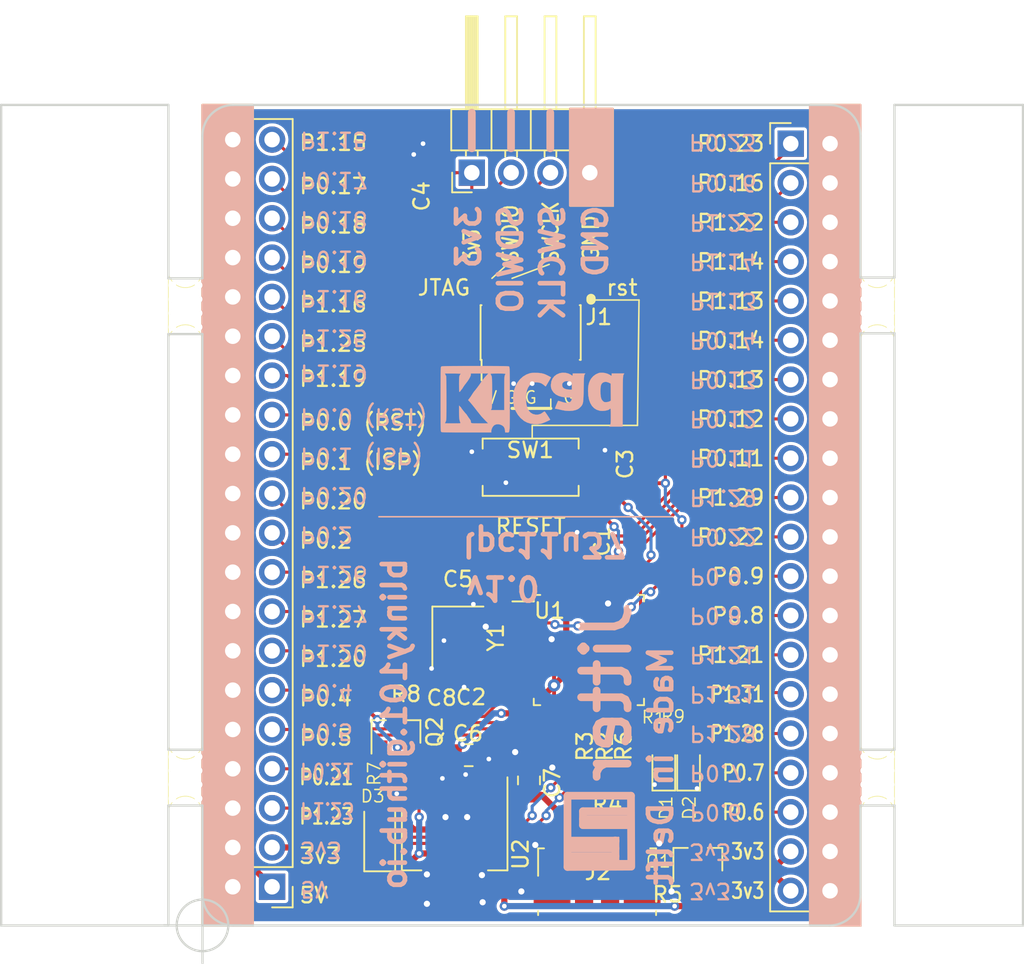
<source format=kicad_pcb>
(kicad_pcb (version 20171130) (host pcbnew 5.0.2-bee76a0~70~ubuntu18.04.1)
  (layers (0 F.Cu signal) (31 B.Cu signal) (34 B.Paste user) (35 F.Paste user) (36 B.SilkS user) (37 F.SilkS user) (38 B.Mask user) (39 F.Mask user) (44 Edge.Cuts user))
  (net 0 "")
  (net 1 GND)
  (net 2 +3V3)
  (net 3 /RESET)
  (net 4 +5V)
  (net 5 "Net-(D1-Pad2)")
  (net 6 /SWCLK)
  (net 7 /SWDIO)
  (net 8 /USBD+)
  (net 9 /USBD-)
  (net 10 "Net-(R2-Pad2)")
  (net 11 "Net-(R3-Pad2)")
  (net 12 "Net-(C5-Pad1)")
  (net 13 "Net-(C8-Pad1)")
  (net 14 /ISP)
  (net 15 "Net-(Q1-Pad1)")
  (net 16 "Net-(R6-Pad2)")
  (net 17 "Net-(J2-Pad4)")
  (net 18 "Net-(J1-Pad6)")
  (net 19 "Net-(J1-Pad7)")
  (net 20 "Net-(J1-Pad8)")
  (net 21 /P0_11)
  (net 22 /P0_12)
  (net 23 /P0_13)
  (net 24 /P0_14)
  (net 25 /P1_13)
  (net 26 /P1_14)
  (net 27 /P1_22)
  (net 28 /P0_7)
  (net 29 /P1_28)
  (net 30 /P1_31)
  (net 31 /P1_21)
  (net 32 /P0_8)
  (net 33 /P0_9)
  (net 34 /P1_29)
  (net 35 /P0_6)
  (net 36 /P0_22)
  (net 37 /P0_16)
  (net 38 /P0_23)
  (net 39 /P1_25)
  (net 40 /P1_19)
  (net 41 /P0_20)
  (net 42 /P0_2)
  (net 43 /P1_26)
  (net 44 /P1_27)
  (net 45 /P1_20)
  (net 46 /P0_4)
  (net 47 /P0_5)
  (net 48 /P0_21)
  (net 49 /P1_23)
  (net 50 /P1_15)
  (net 51 /P0_17)
  (net 52 /P0_18)
  (net 53 /P0_19)
  (net 54 /P1_16)
  (net 55 /Vdebug)
  (net 56 "Net-(Q1-Pad3)")
  (net 57 "Net-(D2-Pad2)")
  (net 58 "Net-(D3-Pad1)")
  (module Jitter_Footprints:MouseBite_3.7mmx2.2mm (layer F.Cu) (at 91 29.45)
    (fp_text reference REF** hide)
    (fp_text value MouseBite_3.7mmx2.2mm hide)
    (pad "" np_thru_hole circle (at 0.25 4.5) (size 0.5 0.5) (drill 0.5) (layers *.Cu *.Mask))
    (pad "" np_thru_hole circle (at 1.95 4.5) (size 0.5 0.5) (drill 0.5) (layers *.Cu *.Mask))
    (pad "" np_thru_hole circle (at 0.25 5.4) (size 0.5 0.5) (drill 0.5) (layers *.Cu *.Mask))
    (pad "" np_thru_hole circle (at 1.95 5.4) (size 0.5 0.5) (drill 0.5) (layers *.Cu *.Mask))
    (pad "" np_thru_hole circle (at 0.25 6.3) (size 0.5 0.5) (drill 0.5) (layers *.Cu *.Mask))
    (pad "" np_thru_hole circle (at 1.95 6.3) (size 0.5 0.5) (drill 0.5) (layers *.Cu *.Mask))
    (pad "" np_thru_hole circle (at 0.25 7.2) (size 0.5 0.5) (drill 0.5) (layers *.Cu *.Mask))
    (pad "" np_thru_hole circle (at 1.95 7.2) (size 0.5 0.5) (drill 0.5) (layers *.Cu *.Mask))
  )
  (module Jitter_Footprints:MouseBite_3.7mmx2.2mm (layer F.Cu) (at 91 59.9)
    (fp_text reference REF** hide)
    (fp_text value MouseBite_3.7mmx2.2mm hide)
    (pad "" np_thru_hole circle (at 1.95 7.2) (size 0.5 0.5) (drill 0.5) (layers *.Cu *.Mask))
    (pad "" np_thru_hole circle (at 0.25 7.2) (size 0.5 0.5) (drill 0.5) (layers *.Cu *.Mask))
    (pad "" np_thru_hole circle (at 1.95 6.3) (size 0.5 0.5) (drill 0.5) (layers *.Cu *.Mask))
    (pad "" np_thru_hole circle (at 0.25 6.3) (size 0.5 0.5) (drill 0.5) (layers *.Cu *.Mask))
    (pad "" np_thru_hole circle (at 1.95 5.4) (size 0.5 0.5) (drill 0.5) (layers *.Cu *.Mask))
    (pad "" np_thru_hole circle (at 0.25 5.4) (size 0.5 0.5) (drill 0.5) (layers *.Cu *.Mask))
    (pad "" np_thru_hole circle (at 1.95 4.5) (size 0.5 0.5) (drill 0.5) (layers *.Cu *.Mask))
    (pad "" np_thru_hole circle (at 0.25 4.5) (size 0.5 0.5) (drill 0.5) (layers *.Cu *.Mask))
  )
  (module Jitter_Footprints:MouseBite_3.7mmx2.2mm (layer F.Cu) (at 46.3 29.45)
    (fp_text reference REF** hide)
    (fp_text value MouseBite_3.7mmx2.2mm hide)
    (pad "" np_thru_hole circle (at 1.95 7.2) (size 0.5 0.5) (drill 0.5) (layers *.Cu *.Mask))
    (pad "" np_thru_hole circle (at 0.25 7.2) (size 0.5 0.5) (drill 0.5) (layers *.Cu *.Mask))
    (pad "" np_thru_hole circle (at 1.95 6.3) (size 0.5 0.5) (drill 0.5) (layers *.Cu *.Mask))
    (pad "" np_thru_hole circle (at 0.25 6.3) (size 0.5 0.5) (drill 0.5) (layers *.Cu *.Mask))
    (pad "" np_thru_hole circle (at 1.95 5.4) (size 0.5 0.5) (drill 0.5) (layers *.Cu *.Mask))
    (pad "" np_thru_hole circle (at 0.25 5.4) (size 0.5 0.5) (drill 0.5) (layers *.Cu *.Mask))
    (pad "" np_thru_hole circle (at 1.95 4.5) (size 0.5 0.5) (drill 0.5) (layers *.Cu *.Mask))
    (pad "" np_thru_hole circle (at 0.25 4.5) (size 0.5 0.5) (drill 0.5) (layers *.Cu *.Mask))
  )
  (module Jitter_Footprints:Tooling_hole_4mm_4.04mm_paste (layer F.Cu) (at 38.6 28.6 180)
    (fp_text reference REF** hide)
    (fp_text value "Tooling hole 4mm_4.04mm_paste" hide)
    (pad "" np_thru_hole circle (at 0 0 180) (size 4 4) (drill 4) (layers *.Cu *.Mask F.Paste))
  )
  (module Jitter_Footprints:Tooling_hole_4mm_4.04mm_paste (layer F.Cu) (at 38.6 68.6 180)
    (fp_text reference REF** hide)
    (fp_text value "Tooling hole 4mm_4.04mm_paste" hide)
    (pad "" np_thru_hole circle (at 0 0 180) (size 4 4) (drill 4) (layers *.Cu *.Mask F.Paste))
  )
  (module Jitter_Footprints:Tooling_hole_4mm_4.04mm_paste (layer F.Cu) (at 98.6 68.6 180)
    (fp_text reference REF** hide)
    (fp_text value "Tooling hole 4mm_4.04mm_paste" hide)
    (pad "" np_thru_hole circle (at 0 0 180) (size 4 4) (drill 4) (layers *.Cu *.Mask F.Paste))
  )
  (module Jitter_Footprints:Tooling_hole_4mm_4.04mm_paste (layer F.Cu) (at 98.6 28.6 180)
    (fp_text reference REF** hide)
    (fp_text value "Tooling hole 4mm_4.04mm_paste" hide)
    (pad "" np_thru_hole circle (at 0 0 180) (size 4 4) (drill 4) (layers *.Cu *.Mask F.Paste))
  )
  (module Symbol:Symbol_Jitter-Icon_CopperAndSilkScreenTop (layer B.Cu) (at 74.1 69 270)
    (fp_text reference REF** hide)
    (fp_text value "Jitter Icon" hide)
  )
  (module Diode_SMD:D_SOD-123F (layer F.Cu) (at 59.95 69.6 90)
    (fp_text reference D3 (at 2.65 -0.45 180) (layer F.SilkS) (effects (font (size 0.8 0.8) (thickness 0.1))))
    (fp_text value D)
    (pad 1 smd rect (at -1.4 0 90) (size 1.1 1.1) (layers F.Cu F.Paste F.Mask) (net 58 "Net-(D3-Pad1)"))
    (pad 2 smd rect (at 1.4 0 90) (size 1.1 1.1) (layers F.Cu F.Paste F.Mask) (net 4 +5V))
  )
  (module LED_SMD:LED_0603_1608Metric (layer F.Cu) (at 79.9 65.1 90)
    (fp_text reference D2 (at -2.6 0.05 90) (layer F.SilkS) (effects (font (size 0.8 0.8) (thickness 0.1))))
    (fp_text value LED)
    (pad 1 smd roundrect (at -0.7875 0 90) (size 0.875 0.95) (layers F.Cu F.Paste F.Mask) (net 1 GND))
    (pad 2 smd roundrect (at 0.7875 0 90) (size 0.875 0.95) (layers F.Cu F.Paste F.Mask) (net 57 "Net-(D2-Pad2)"))
  )
  (module Resistor_SMD:R_0402_1005Metric (layer F.Cu) (at 79.95 62.4 270)
    (fp_text reference R9 (at -0.6 1.05 180) (layer F.SilkS) (effects (font (size 0.8 0.8) (thickness 0.1))))
    (fp_text value 270R)
    (pad 1 smd roundrect (at -0.485 0 270) (size 0.59 0.64) (layers F.Cu F.Paste F.Mask) (net 29 /P1_28))
    (pad 2 smd roundrect (at 0.485 0 270) (size 0.59 0.64) (layers F.Cu F.Paste F.Mask) (net 57 "Net-(D2-Pad2)"))
  )
  (module Package_TO_SOT_SMD:SOT-23 (layer F.Cu) (at 61 62.8 90)
    (fp_text reference Q2 (at 0 2.5 90) (layer F.SilkS))
    (fp_text value DMP2035U)
    (pad 1 smd rect (at -1 -0.95 90) (size 0.9 0.8) (layers F.Cu F.Paste F.Mask) (net 4 +5V))
    (pad 2 smd rect (at -1 0.95 90) (size 0.9 0.8) (layers F.Cu F.Paste F.Mask) (net 2 +3V3))
    (pad 3 smd rect (at 1 0 90) (size 0.9 0.8) (layers F.Cu F.Paste F.Mask) (net 55 /Vdebug))
  )
  (module Resistor_SMD:R_0402_1005Metric (layer F.Cu) (at 59.7 60.5)
    (fp_text reference R8 (at 1.95 -0.15) (layer F.SilkS))
    (fp_text value 47k)
    (pad 2 smd roundrect (at 0.485 0) (size 0.59 0.64) (layers F.Cu F.Paste F.Mask) (net 55 /Vdebug))
    (pad 1 smd roundrect (at -0.485 0) (size 0.59 0.64) (layers F.Cu F.Paste F.Mask) (net 2 +3V3))
  )
  (module Resistor_SMD:R_0402_1005Metric (layer F.Cu) (at 60.6 65.9 270)
    (fp_text reference R7 (at -0.4 1 270) (layer F.SilkS) (effects (font (size 0.8 0.8) (thickness 0.1))))
    (fp_text value 47k)
    (pad 1 smd roundrect (at -0.485 0 270) (size 0.59 0.64) (layers F.Cu F.Paste F.Mask) (net 4 +5V))
    (pad 2 smd roundrect (at 0.485 0 270) (size 0.59 0.64) (layers F.Cu F.Paste F.Mask) (net 1 GND))
  )
  (module Jitter_Footprints:PinHeader_2x20_P2.54mm_Vertical_numbers_topbottom (layer F.Cu) (at 86.5 24.8)
    (fp_text reference J5 hide)
    (fp_text value Conn_01x16_Male)
    (pad 40 thru_hole oval (at 2.54 48.26) (size 1.7 1.7) (drill 1) (layers *.Cu *.Mask) (net 1 GND))
    (pad 20 thru_hole oval (at 0 48.26) (size 1.7 1.7) (drill 1) (layers *.Cu *.Mask) (net 2 +3V3))
    (pad 39 thru_hole oval (at 2.54 45.72) (size 1.7 1.7) (drill 1) (layers *.Cu *.Mask) (net 1 GND))
    (pad 19 thru_hole oval (at 0 45.72) (size 1.7 1.7) (drill 1) (layers *.Cu *.Mask) (net 2 +3V3))
    (pad 38 thru_hole oval (at 2.54 43.18) (size 1.7 1.7) (drill 1) (layers *.Cu *.Mask) (net 1 GND))
    (pad 18 thru_hole oval (at 0 43.18) (size 1.7 1.7) (drill 1) (layers *.Cu *.Mask) (net 35 /P0_6))
    (pad 37 thru_hole oval (at 2.54 40.64) (size 1.7 1.7) (drill 1) (layers *.Cu *.Mask) (net 1 GND))
    (pad 17 thru_hole oval (at 0 40.64) (size 1.7 1.7) (drill 1) (layers *.Cu *.Mask) (net 28 /P0_7))
    (pad 36 thru_hole oval (at 2.54 38.1) (size 1.7 1.7) (drill 1) (layers *.Cu *.Mask) (net 1 GND))
    (pad 16 thru_hole oval (at 0 38.1) (size 1.7 1.7) (drill 1) (layers *.Cu *.Mask) (net 29 /P1_28))
    (pad 35 thru_hole oval (at 2.54 35.56) (size 1.7 1.7) (drill 1) (layers *.Cu *.Mask) (net 1 GND))
    (pad 15 thru_hole oval (at 0 35.56) (size 1.7 1.7) (drill 1) (layers *.Cu *.Mask) (net 30 /P1_31))
    (pad 34 thru_hole oval (at 2.54 33.02) (size 1.7 1.7) (drill 1) (layers *.Cu *.Mask) (net 1 GND))
    (pad 14 thru_hole oval (at 0 33.02) (size 1.7 1.7) (drill 1) (layers *.Cu *.Mask) (net 31 /P1_21))
    (pad 33 thru_hole oval (at 2.54 30.48) (size 1.7 1.7) (drill 1) (layers *.Cu *.Mask) (net 1 GND))
    (pad 13 thru_hole oval (at 0 30.48) (size 1.7 1.7) (drill 1) (layers *.Cu *.Mask) (net 32 /P0_8))
    (pad 32 thru_hole oval (at 2.54 27.94) (size 1.7 1.7) (drill 1) (layers *.Cu *.Mask) (net 1 GND))
    (pad 12 thru_hole oval (at 0 27.94) (size 1.7 1.7) (drill 1) (layers *.Cu *.Mask) (net 33 /P0_9))
    (pad 31 thru_hole oval (at 2.54 25.4) (size 1.7 1.7) (drill 1) (layers *.Cu *.Mask) (net 1 GND))
    (pad 11 thru_hole oval (at 0 25.4) (size 1.7 1.7) (drill 1) (layers *.Cu *.Mask) (net 36 /P0_22))
    (pad 30 thru_hole oval (at 2.54 22.86) (size 1.7 1.7) (drill 1) (layers *.Cu *.Mask) (net 1 GND))
    (pad 10 thru_hole oval (at 0 22.86) (size 1.7 1.7) (drill 1) (layers *.Cu *.Mask) (net 34 /P1_29))
    (pad 29 thru_hole oval (at 2.54 20.32) (size 1.7 1.7) (drill 1) (layers *.Cu *.Mask) (net 1 GND))
    (pad 9 thru_hole oval (at 0 20.32) (size 1.7 1.7) (drill 1) (layers *.Cu *.Mask) (net 21 /P0_11))
    (pad 28 thru_hole oval (at 2.54 17.78) (size 1.7 1.7) (drill 1) (layers *.Cu *.Mask) (net 1 GND))
    (pad 8 thru_hole oval (at 0 17.78) (size 1.7 1.7) (drill 1) (layers *.Cu *.Mask) (net 22 /P0_12))
    (pad 27 thru_hole oval (at 2.54 15.24) (size 1.7 1.7) (drill 1) (layers *.Cu *.Mask) (net 1 GND))
    (pad 7 thru_hole oval (at 0 15.24) (size 1.7 1.7) (drill 1) (layers *.Cu *.Mask) (net 23 /P0_13))
    (pad 26 thru_hole oval (at 2.54 12.7) (size 1.7 1.7) (drill 1) (layers *.Cu *.Mask) (net 1 GND))
    (pad 6 thru_hole oval (at 0 12.7) (size 1.7 1.7) (drill 1) (layers *.Cu *.Mask) (net 24 /P0_14))
    (pad 25 thru_hole oval (at 2.54 10.16) (size 1.7 1.7) (drill 1) (layers *.Cu *.Mask) (net 1 GND))
    (pad 5 thru_hole oval (at 0 10.16) (size 1.7 1.7) (drill 1) (layers *.Cu *.Mask) (net 25 /P1_13))
    (pad 24 thru_hole oval (at 2.54 7.62) (size 1.7 1.7) (drill 1) (layers *.Cu *.Mask) (net 1 GND))
    (pad 4 thru_hole oval (at 0 7.62) (size 1.7 1.7) (drill 1) (layers *.Cu *.Mask) (net 26 /P1_14))
    (pad 23 thru_hole oval (at 2.54 5.08) (size 1.7 1.7) (drill 1) (layers *.Cu *.Mask) (net 1 GND))
    (pad 3 thru_hole oval (at 0 5.08) (size 1.7 1.7) (drill 1) (layers *.Cu *.Mask) (net 27 /P1_22))
    (pad 22 thru_hole oval (at 2.54 2.54) (size 1.7 1.7) (drill 1) (layers *.Cu *.Mask) (net 1 GND))
    (pad 2 thru_hole oval (at 0 2.54) (size 1.7 1.7) (drill 1) (layers *.Cu *.Mask) (net 37 /P0_16))
    (pad 21 thru_hole oval (at 2.54 0) (size 1.7 1.7) (drill 1) (layers *.Cu *.Mask) (net 1 GND))
    (pad 1 thru_hole rect (at 0 0) (size 1.7 1.7) (drill 1) (layers *.Cu *.Mask) (net 38 /P0_23))
  )
  (module Jitter_Footprints:PinHeader_2x20_P2.54mm_Vertical_numbers_topbottom (layer F.Cu) (at 53 72.8 180)
    (fp_text reference J4 hide)
    (fp_text value Conn_01x16_Male)
    (pad 1 thru_hole rect (at 0 0 180) (size 1.7 1.7) (drill 1) (layers *.Cu *.Mask) (net 58 "Net-(D3-Pad1)"))
    (pad 21 thru_hole oval (at 2.54 0 180) (size 1.7 1.7) (drill 1) (layers *.Cu *.Mask) (net 1 GND))
    (pad 2 thru_hole oval (at 0 2.54 180) (size 1.7 1.7) (drill 1) (layers *.Cu *.Mask) (net 2 +3V3))
    (pad 22 thru_hole oval (at 2.54 2.54 180) (size 1.7 1.7) (drill 1) (layers *.Cu *.Mask) (net 1 GND))
    (pad 3 thru_hole oval (at 0 5.08 180) (size 1.7 1.7) (drill 1) (layers *.Cu *.Mask) (net 49 /P1_23))
    (pad 23 thru_hole oval (at 2.54 5.08 180) (size 1.7 1.7) (drill 1) (layers *.Cu *.Mask) (net 1 GND))
    (pad 4 thru_hole oval (at 0 7.62 180) (size 1.7 1.7) (drill 1) (layers *.Cu *.Mask) (net 48 /P0_21))
    (pad 24 thru_hole oval (at 2.54 7.62 180) (size 1.7 1.7) (drill 1) (layers *.Cu *.Mask) (net 1 GND))
    (pad 5 thru_hole oval (at 0 10.16 180) (size 1.7 1.7) (drill 1) (layers *.Cu *.Mask) (net 47 /P0_5))
    (pad 25 thru_hole oval (at 2.54 10.16 180) (size 1.7 1.7) (drill 1) (layers *.Cu *.Mask) (net 1 GND))
    (pad 6 thru_hole oval (at 0 12.7 180) (size 1.7 1.7) (drill 1) (layers *.Cu *.Mask) (net 46 /P0_4))
    (pad 26 thru_hole oval (at 2.54 12.7 180) (size 1.7 1.7) (drill 1) (layers *.Cu *.Mask) (net 1 GND))
    (pad 7 thru_hole oval (at 0 15.24 180) (size 1.7 1.7) (drill 1) (layers *.Cu *.Mask) (net 45 /P1_20))
    (pad 27 thru_hole oval (at 2.54 15.24 180) (size 1.7 1.7) (drill 1) (layers *.Cu *.Mask) (net 1 GND))
    (pad 8 thru_hole oval (at 0 17.78 180) (size 1.7 1.7) (drill 1) (layers *.Cu *.Mask) (net 44 /P1_27))
    (pad 28 thru_hole oval (at 2.54 17.78 180) (size 1.7 1.7) (drill 1) (layers *.Cu *.Mask) (net 1 GND))
    (pad 9 thru_hole oval (at 0 20.32 180) (size 1.7 1.7) (drill 1) (layers *.Cu *.Mask) (net 43 /P1_26))
    (pad 29 thru_hole oval (at 2.54 20.32 180) (size 1.7 1.7) (drill 1) (layers *.Cu *.Mask) (net 1 GND))
    (pad 10 thru_hole oval (at 0 22.86 180) (size 1.7 1.7) (drill 1) (layers *.Cu *.Mask) (net 42 /P0_2))
    (pad 30 thru_hole oval (at 2.54 22.86 180) (size 1.7 1.7) (drill 1) (layers *.Cu *.Mask) (net 1 GND))
    (pad 11 thru_hole oval (at 0 25.4 180) (size 1.7 1.7) (drill 1) (layers *.Cu *.Mask) (net 41 /P0_20))
    (pad 31 thru_hole oval (at 2.54 25.4 180) (size 1.7 1.7) (drill 1) (layers *.Cu *.Mask) (net 1 GND))
    (pad 12 thru_hole oval (at 0 27.94 180) (size 1.7 1.7) (drill 1) (layers *.Cu *.Mask) (net 14 /ISP))
    (pad 32 thru_hole oval (at 2.54 27.94 180) (size 1.7 1.7) (drill 1) (layers *.Cu *.Mask) (net 1 GND))
    (pad 13 thru_hole oval (at 0 30.48 180) (size 1.7 1.7) (drill 1) (layers *.Cu *.Mask) (net 3 /RESET))
    (pad 33 thru_hole oval (at 2.54 30.48 180) (size 1.7 1.7) (drill 1) (layers *.Cu *.Mask) (net 1 GND))
    (pad 14 thru_hole oval (at 0 33.02 180) (size 1.7 1.7) (drill 1) (layers *.Cu *.Mask) (net 40 /P1_19))
    (pad 34 thru_hole oval (at 2.54 33.02 180) (size 1.7 1.7) (drill 1) (layers *.Cu *.Mask) (net 1 GND))
    (pad 15 thru_hole oval (at 0 35.56 180) (size 1.7 1.7) (drill 1) (layers *.Cu *.Mask) (net 39 /P1_25))
    (pad 35 thru_hole oval (at 2.54 35.56 180) (size 1.7 1.7) (drill 1) (layers *.Cu *.Mask) (net 1 GND))
    (pad 16 thru_hole oval (at 0 38.1 180) (size 1.7 1.7) (drill 1) (layers *.Cu *.Mask) (net 54 /P1_16))
    (pad 36 thru_hole oval (at 2.54 38.1 180) (size 1.7 1.7) (drill 1) (layers *.Cu *.Mask) (net 1 GND))
    (pad 17 thru_hole oval (at 0 40.64 180) (size 1.7 1.7) (drill 1) (layers *.Cu *.Mask) (net 53 /P0_19))
    (pad 37 thru_hole oval (at 2.54 40.64 180) (size 1.7 1.7) (drill 1) (layers *.Cu *.Mask) (net 1 GND))
    (pad 18 thru_hole oval (at 0 43.18 180) (size 1.7 1.7) (drill 1) (layers *.Cu *.Mask) (net 52 /P0_18))
    (pad 38 thru_hole oval (at 2.54 43.18 180) (size 1.7 1.7) (drill 1) (layers *.Cu *.Mask) (net 1 GND))
    (pad 19 thru_hole oval (at 0 45.72 180) (size 1.7 1.7) (drill 1) (layers *.Cu *.Mask) (net 51 /P0_17))
    (pad 39 thru_hole oval (at 2.54 45.72 180) (size 1.7 1.7) (drill 1) (layers *.Cu *.Mask) (net 1 GND))
    (pad 20 thru_hole oval (at 0 48.26 180) (size 1.7 1.7) (drill 1) (layers *.Cu *.Mask) (net 50 /P1_15))
    (pad 40 thru_hole oval (at 2.54 48.26 180) (size 1.7 1.7) (drill 1) (layers *.Cu *.Mask) (net 1 GND))
  )
  (module Capacitor_SMD:C_0402_1005Metric (layer F.Cu) (at 65.9 59.3 180)
    (fp_text reference C2 (at 0.05 -1.25 180) (layer F.SilkS))
    (fp_text value 100nF)
    (pad 2 smd roundrect (at 0.485 0 180) (size 0.59 0.64) (layers F.Cu F.Paste F.Mask) (net 1 GND))
    (pad 1 smd roundrect (at -0.485 0 180) (size 0.59 0.64) (layers F.Cu F.Paste F.Mask) (net 2 +3V3))
  )
  (module Resistor_SMD:R_0402_1005Metric (layer F.Cu) (at 73.292498 65.630002 90)
    (fp_text reference R3 (at 1.9 -0.092498 90) (layer F.SilkS))
    (fp_text value 33R)
    (pad 2 smd roundrect (at 0.485 0 90) (size 0.59 0.64) (layers F.Cu F.Paste F.Mask) (net 11 "Net-(R3-Pad2)"))
    (pad 1 smd roundrect (at -0.485 0 90) (size 0.59 0.64) (layers F.Cu F.Paste F.Mask) (net 9 /USBD-))
  )
  (module Resistor_SMD:R_0402_1005Metric (layer F.Cu) (at 74.492498 65.630002 90)
    (fp_text reference R2 (at 1.9 0 90) (layer F.SilkS))
    (fp_text value 33R)
    (pad 1 smd roundrect (at -0.485 0 90) (size 0.59 0.64) (layers F.Cu F.Paste F.Mask) (net 8 /USBD+))
    (pad 2 smd roundrect (at 0.485 0 90) (size 0.59 0.64) (layers F.Cu F.Paste F.Mask) (net 10 "Net-(R2-Pad2)"))
  )
  (module LED_SMD:LED_0603_1608Metric (layer F.Cu) (at 78.3 65.1 90)
    (fp_text reference D1 (at -2.6 0.15 90) (layer F.SilkS) (effects (font (size 0.8 0.8) (thickness 0.1))))
    (fp_text value LED)
    (pad 1 smd roundrect (at -0.7875 0 90) (size 0.875 0.95) (layers F.Cu F.Paste F.Mask) (net 1 GND))
    (pad 2 smd roundrect (at 0.7875 0 90) (size 0.875 0.95) (layers F.Cu F.Paste F.Mask) (net 5 "Net-(D1-Pad2)"))
  )
  (module Capacitor_SMD:C_0402_1005Metric (layer F.Cu) (at 72.7 51 90)
    (fp_text reference C1 (at 0.5 1.6 90) (layer F.SilkS))
    (fp_text value 100nF)
    (pad 1 smd roundrect (at -0.485 0 90) (size 0.59 0.64) (layers F.Cu F.Paste F.Mask) (net 2 +3V3))
    (pad 2 smd roundrect (at 0.485 0 90) (size 0.59 0.64) (layers F.Cu F.Paste F.Mask) (net 1 GND))
  )
  (module Capacitor_SMD:C_0402_1005Metric (layer F.Cu) (at 64 59.3 180)
    (fp_text reference C8 (at 0.05 -1.3 180) (layer F.SilkS))
    (fp_text value 18pF)
    (pad 1 smd roundrect (at -0.485 0 180) (size 0.59 0.64) (layers F.Cu F.Paste F.Mask) (net 13 "Net-(C8-Pad1)"))
    (pad 2 smd roundrect (at 0.485 0 180) (size 0.59 0.64) (layers F.Cu F.Paste F.Mask) (net 1 GND))
  )
  (module Capacitor_SMD:C_0402_1005Metric (layer F.Cu) (at 74.5 45.6 90)
    (fp_text reference C3 (at 0.1 1.3 270) (layer F.SilkS))
    (fp_text value 18pF)
    (pad 1 smd roundrect (at -0.485 0 90) (size 0.59 0.64) (layers F.Cu F.Paste F.Mask) (net 3 /RESET))
    (pad 2 smd roundrect (at 0.485 0 90) (size 0.59 0.64) (layers F.Cu F.Paste F.Mask) (net 1 GND))
  )
  (module Connector_PinHeader_2.54mm:PinHeader_1x04_P2.54mm_Horizontal (layer F.Cu) (at 65.9 26.675 90)
    (fp_text reference J3 (at 2.775 7.5) (layer F.SilkS))
    (fp_text value Conn_01x04_Male)
    (pad 1 thru_hole rect (at 0 0 90) (size 1.7 1.7) (drill 1) (layers *.Cu *.Mask) (net 55 /Vdebug))
    (pad 2 thru_hole oval (at 0 2.54 90) (size 1.7 1.7) (drill 1) (layers *.Cu *.Mask) (net 7 /SWDIO))
    (pad 3 thru_hole oval (at 0 5.08 90) (size 1.7 1.7) (drill 1) (layers *.Cu *.Mask) (net 6 /SWCLK))
    (pad 4 thru_hole oval (at 0 7.62 90) (size 1.7 1.7) (drill 1) (layers *.Cu *.Mask) (net 1 GND))
  )
  (module Resistor_SMD:R_0402_1005Metric (layer F.Cu) (at 77.9 62.9)
    (fp_text reference R1 (at -0.25 -1.05) (layer F.SilkS) (effects (font (size 0.8 0.8) (thickness 0.1))))
    (fp_text value 270R)
    (pad 1 smd roundrect (at -0.485 0) (size 0.59 0.64) (layers F.Cu F.Paste F.Mask) (net 28 /P0_7))
    (pad 2 smd roundrect (at 0.485 0) (size 0.59 0.64) (layers F.Cu F.Paste F.Mask) (net 5 "Net-(D1-Pad2)"))
  )
  (module Resistor_SMD:R_0402_1005Metric (layer F.Cu) (at 74.692498 68.530002)
    (fp_text reference R4 (at -0.042498 -1.030002) (layer F.SilkS))
    (fp_text value 1k5)
    (pad 1 smd roundrect (at -0.485 0) (size 0.59 0.64) (layers F.Cu F.Paste F.Mask) (net 8 /USBD+))
    (pad 2 smd roundrect (at 0.485 0) (size 0.59 0.64) (layers F.Cu F.Paste F.Mask) (net 56 "Net-(Q1-Pad3)"))
  )
  (module Connector_USB:USB_Micro-B_Molex_47346-0001 (layer F.Cu) (at 73.992498 72.030002)
    (fp_text reference J2 (at 0.057502 -0.180002 180) (layer F.SilkS))
    (fp_text value USB_B_Micro)
    (pad 1 smd rect (at -1.3 -1.46) (size 0.45 1.38) (layers F.Cu F.Paste F.Mask) (net 4 +5V))
    (pad 2 smd rect (at -0.65 -1.46) (size 0.45 1.38) (layers F.Cu F.Paste F.Mask) (net 9 /USBD-))
    (pad 3 smd rect (at 0 -1.46) (size 0.45 1.38) (layers F.Cu F.Paste F.Mask) (net 8 /USBD+))
    (pad 4 smd rect (at 0.65 -1.46) (size 0.45 1.38) (layers F.Cu F.Paste F.Mask) (net 17 "Net-(J2-Pad4)"))
    (pad 5 smd rect (at 1.3 -1.46) (size 0.45 1.38) (layers F.Cu F.Paste F.Mask) (net 1 GND))
    (pad 6 smd rect (at -2.4625 -1.1) (size 1.475 2.1) (layers F.Cu F.Paste F.Mask) (net 1 GND))
    (pad 6 smd rect (at 2.4625 -1.1) (size 1.475 2.1) (layers F.Cu F.Paste F.Mask) (net 1 GND))
    (pad 6 smd rect (at -2.91 1.2) (size 2.375 1.9) (layers F.Cu F.Paste F.Mask) (net 1 GND))
    (pad 6 smd rect (at 2.91 1.2) (size 2.375 1.9) (layers F.Cu F.Paste F.Mask) (net 1 GND))
    (pad 6 smd rect (at -0.84 1.2) (size 1.175 1.9) (layers F.Cu F.Paste F.Mask) (net 1 GND))
    (pad 6 smd rect (at 0.84 1.2) (size 1.175 1.9) (layers F.Cu F.Paste F.Mask) (net 1 GND))
  )
  (module Package_TO_SOT_SMD:SOT-223-3_TabPin2 (layer F.Cu) (at 64.792498 69.830002 270)
    (fp_text reference U2 (at 0.869998 -4.257502 270) (layer F.SilkS))
    (fp_text value MCP1825S)
    (pad 2 smd rect (at 3.15 0 270) (size 2 3.8) (layers F.Cu F.Paste F.Mask) (net 1 GND))
    (pad 2 smd rect (at -3.15 0 270) (size 2 1.5) (layers F.Cu F.Paste F.Mask) (net 1 GND))
    (pad 3 smd rect (at -3.15 2.3 270) (size 2 1.5) (layers F.Cu F.Paste F.Mask) (net 2 +3V3))
    (pad 1 smd rect (at -3.15 -2.3 270) (size 2 1.5) (layers F.Cu F.Paste F.Mask) (net 4 +5V))
  )
  (module Capacitor_SMD:C_0402_1005Metric (layer F.Cu) (at 65 54.1)
    (fp_text reference C5 (at 0 -1.17) (layer F.SilkS))
    (fp_text value 18pF)
    (pad 1 smd roundrect (at -0.485 0) (size 0.59 0.64) (layers F.Cu F.Paste F.Mask) (net 12 "Net-(C5-Pad1)"))
    (pad 2 smd roundrect (at 0.485 0) (size 0.59 0.64) (layers F.Cu F.Paste F.Mask) (net 1 GND))
  )
  (module Capacitor_SMD:C_0805_2012Metric (layer F.Cu) (at 69.592498 65.930002 270)
    (fp_text reference C7 (at 0.169998 -1.507502 270) (layer F.SilkS))
    (fp_text value 10µF)
    (pad 1 smd roundrect (at -0.9375 0 270) (size 0.975 1.4) (layers F.Cu F.Paste F.Mask) (net 1 GND))
    (pad 2 smd roundrect (at 0.9375 0 270) (size 0.975 1.4) (layers F.Cu F.Paste F.Mask) (net 4 +5V))
  )
  (module Button_Switch_SMD:SW_SPST_EVQPE1 (layer F.Cu) (at 69.7 45.7 180)
    (fp_text reference SW1 (at 0.030002 1.107502 180) (layer F.SilkS))
    (fp_text value SW_Push)
    (pad 2 smd rect (at 2.7 0 180) (size 2 1.6) (layers F.Cu F.Paste F.Mask) (net 1 GND))
    (pad 1 smd rect (at -2.7 0 180) (size 2 1.6) (layers F.Cu F.Paste F.Mask) (net 3 /RESET))
  )
  (module Capacitor_SMD:C_0805_2012Metric (layer F.Cu) (at 65.7 64.3 180)
    (fp_text reference C6 (at 0.05 1.4 180) (layer F.SilkS))
    (fp_text value 4.7µF)
    (pad 1 smd roundrect (at -0.9375 0 180) (size 0.975 1.4) (layers F.Cu F.Paste F.Mask) (net 1 GND))
    (pad 2 smd roundrect (at 0.9375 0 180) (size 0.975 1.4) (layers F.Cu F.Paste F.Mask) (net 2 +3V3))
  )
  (module Connector_PinHeader_1.27mm:PinHeader_2x05_P1.27mm_Vertical_SMD (layer F.Cu) (at 69.7 37 90)
    (fp_text reference J1 (at 1 4.4 180) (layer F.SilkS))
    (fp_text value Conn_ARM_JTAG_SWD_10)
    (pad 1 smd rect (at -1.95 -2.54 90) (size 2.4 0.74) (layers F.Cu F.Paste F.Mask) (net 55 /Vdebug))
    (pad 2 smd rect (at 1.95 -2.54 90) (size 2.4 0.74) (layers F.Cu F.Paste F.Mask) (net 7 /SWDIO))
    (pad 3 smd rect (at -1.95 -1.27 90) (size 2.4 0.74) (layers F.Cu F.Paste F.Mask) (net 1 GND))
    (pad 4 smd rect (at 1.95 -1.27 90) (size 2.4 0.74) (layers F.Cu F.Paste F.Mask) (net 6 /SWCLK))
    (pad 5 smd rect (at -1.95 0 90) (size 2.4 0.74) (layers F.Cu F.Paste F.Mask) (net 1 GND))
    (pad 6 smd rect (at 1.95 0 90) (size 2.4 0.74) (layers F.Cu F.Paste F.Mask) (net 18 "Net-(J1-Pad6)"))
    (pad 7 smd rect (at -1.95 1.27 90) (size 2.4 0.74) (layers F.Cu F.Paste F.Mask) (net 19 "Net-(J1-Pad7)"))
    (pad 8 smd rect (at 1.95 1.27 90) (size 2.4 0.74) (layers F.Cu F.Paste F.Mask) (net 20 "Net-(J1-Pad8)"))
    (pad 9 smd rect (at -1.95 2.54 90) (size 2.4 0.74) (layers F.Cu F.Paste F.Mask) (net 1 GND))
    (pad 10 smd rect (at 1.95 2.54 90) (size 2.4 0.74) (layers F.Cu F.Paste F.Mask) (net 3 /RESET))
  )
  (module Capacitor_SMD:C_0402_1005Metric (layer F.Cu) (at 62.75 26.1 90)
    (fp_text reference C4 (at -2.1 -0.092498 90) (layer F.SilkS))
    (fp_text value 100nF)
    (pad 2 smd roundrect (at 0.485 0 90) (size 0.59 0.64) (layers F.Cu F.Paste F.Mask) (net 1 GND))
    (pad 1 smd roundrect (at -0.485 0 90) (size 0.59 0.64) (layers F.Cu F.Paste F.Mask) (net 55 /Vdebug))
  )
  (module Package_QFP:LQFP-48_7x7mm_P0.5mm (layer F.Cu) (at 73.462498 57.510002)
    (fp_text reference U1 (at -2.54 -2.54) (layer F.SilkS))
    (fp_text value LPC11U37FBD48-401_)
    (pad 1 smd rect (at -4.35 -2.75) (size 1.3 0.25) (layers F.Cu F.Paste F.Mask) (net 39 /P1_25))
    (pad 2 smd rect (at -4.35 -2.25) (size 1.3 0.25) (layers F.Cu F.Paste F.Mask) (net 40 /P1_19))
    (pad 3 smd rect (at -4.35 -1.75) (size 1.3 0.25) (layers F.Cu F.Paste F.Mask) (net 3 /RESET))
    (pad 4 smd rect (at -4.35 -1.25) (size 1.3 0.25) (layers F.Cu F.Paste F.Mask) (net 14 /ISP))
    (pad 5 smd rect (at -4.35 -0.75) (size 1.3 0.25) (layers F.Cu F.Paste F.Mask) (net 1 GND))
    (pad 6 smd rect (at -4.35 -0.25) (size 1.3 0.25) (layers F.Cu F.Paste F.Mask) (net 12 "Net-(C5-Pad1)"))
    (pad 7 smd rect (at -4.35 0.25) (size 1.3 0.25) (layers F.Cu F.Paste F.Mask) (net 13 "Net-(C8-Pad1)"))
    (pad 8 smd rect (at -4.35 0.75) (size 1.3 0.25) (layers F.Cu F.Paste F.Mask) (net 2 +3V3))
    (pad 9 smd rect (at -4.35 1.25) (size 1.3 0.25) (layers F.Cu F.Paste F.Mask) (net 41 /P0_20))
    (pad 10 smd rect (at -4.35 1.75) (size 1.3 0.25) (layers F.Cu F.Paste F.Mask) (net 42 /P0_2))
    (pad 11 smd rect (at -4.35 2.25) (size 1.3 0.25) (layers F.Cu F.Paste F.Mask) (net 43 /P1_26))
    (pad 12 smd rect (at -4.35 2.75) (size 1.3 0.25) (layers F.Cu F.Paste F.Mask) (net 44 /P1_27))
    (pad 13 smd rect (at -2.75 4.35 90) (size 1.3 0.25) (layers F.Cu F.Paste F.Mask) (net 45 /P1_20))
    (pad 14 smd rect (at -2.25 4.35 90) (size 1.3 0.25) (layers F.Cu F.Paste F.Mask) (net 2 +3V3))
    (pad 15 smd rect (at -1.75 4.35 90) (size 1.3 0.25) (layers F.Cu F.Paste F.Mask) (net 46 /P0_4))
    (pad 16 smd rect (at -1.25 4.35 90) (size 1.3 0.25) (layers F.Cu F.Paste F.Mask) (net 47 /P0_5))
    (pad 17 smd rect (at -0.75 4.35 90) (size 1.3 0.25) (layers F.Cu F.Paste F.Mask) (net 48 /P0_21))
    (pad 18 smd rect (at -0.25 4.35 90) (size 1.3 0.25) (layers F.Cu F.Paste F.Mask) (net 49 /P1_23))
    (pad 19 smd rect (at 0.25 4.35 90) (size 1.3 0.25) (layers F.Cu F.Paste F.Mask) (net 11 "Net-(R3-Pad2)"))
    (pad 20 smd rect (at 0.75 4.35 90) (size 1.3 0.25) (layers F.Cu F.Paste F.Mask) (net 10 "Net-(R2-Pad2)"))
    (pad 21 smd rect (at 1.25 4.35 90) (size 1.3 0.25) (layers F.Cu F.Paste F.Mask) (net 16 "Net-(R6-Pad2)"))
    (pad 22 smd rect (at 1.75 4.35 90) (size 1.3 0.25) (layers F.Cu F.Paste F.Mask) (net 35 /P0_6))
    (pad 23 smd rect (at 2.25 4.35 90) (size 1.3 0.25) (layers F.Cu F.Paste F.Mask) (net 28 /P0_7))
    (pad 24 smd rect (at 2.75 4.35 90) (size 1.3 0.25) (layers F.Cu F.Paste F.Mask) (net 29 /P1_28))
    (pad 25 smd rect (at 4.35 2.75) (size 1.3 0.25) (layers F.Cu F.Paste F.Mask) (net 30 /P1_31))
    (pad 26 smd rect (at 4.35 2.25) (size 1.3 0.25) (layers F.Cu F.Paste F.Mask) (net 31 /P1_21))
    (pad 27 smd rect (at 4.35 1.75) (size 1.3 0.25) (layers F.Cu F.Paste F.Mask) (net 32 /P0_8))
    (pad 28 smd rect (at 4.35 1.25) (size 1.3 0.25) (layers F.Cu F.Paste F.Mask) (net 33 /P0_9))
    (pad 29 smd rect (at 4.35 0.75) (size 1.3 0.25) (layers F.Cu F.Paste F.Mask) (net 6 /SWCLK))
    (pad 30 smd rect (at 4.35 0.25) (size 1.3 0.25) (layers F.Cu F.Paste F.Mask) (net 36 /P0_22))
    (pad 31 smd rect (at 4.35 -0.25) (size 1.3 0.25) (layers F.Cu F.Paste F.Mask) (net 34 /P1_29))
    (pad 32 smd rect (at 4.35 -0.75) (size 1.3 0.25) (layers F.Cu F.Paste F.Mask) (net 21 /P0_11))
    (pad 33 smd rect (at 4.35 -1.25) (size 1.3 0.25) (layers F.Cu F.Paste F.Mask) (net 22 /P0_12))
    (pad 34 smd rect (at 4.35 -1.75) (size 1.3 0.25) (layers F.Cu F.Paste F.Mask) (net 23 /P0_13))
    (pad 35 smd rect (at 4.35 -2.25) (size 1.3 0.25) (layers F.Cu F.Paste F.Mask) (net 24 /P0_14))
    (pad 36 smd rect (at 4.35 -2.75) (size 1.3 0.25) (layers F.Cu F.Paste F.Mask) (net 25 /P1_13))
    (pad 37 smd rect (at 2.75 -4.35 90) (size 1.3 0.25) (layers F.Cu F.Paste F.Mask) (net 26 /P1_14))
    (pad 38 smd rect (at 2.25 -4.35 90) (size 1.3 0.25) (layers F.Cu F.Paste F.Mask) (net 27 /P1_22))
    (pad 39 smd rect (at 1.75 -4.35 90) (size 1.3 0.25) (layers F.Cu F.Paste F.Mask) (net 7 /SWDIO))
    (pad 40 smd rect (at 1.25 -4.35 90) (size 1.3 0.25) (layers F.Cu F.Paste F.Mask) (net 37 /P0_16))
    (pad 41 smd rect (at 0.75 -4.35 90) (size 1.3 0.25) (layers F.Cu F.Paste F.Mask) (net 1 GND))
    (pad 42 smd rect (at 0.25 -4.35 90) (size 1.3 0.25) (layers F.Cu F.Paste F.Mask) (net 38 /P0_23))
    (pad 43 smd rect (at -0.25 -4.35 90) (size 1.3 0.25) (layers F.Cu F.Paste F.Mask) (net 50 /P1_15))
    (pad 44 smd rect (at -0.75 -4.35 90) (size 1.3 0.25) (layers F.Cu F.Paste F.Mask) (net 2 +3V3))
    (pad 45 smd rect (at -1.25 -4.35 90) (size 1.3 0.25) (layers F.Cu F.Paste F.Mask) (net 51 /P0_17))
    (pad 46 smd rect (at -1.75 -4.35 90) (size 1.3 0.25) (layers F.Cu F.Paste F.Mask) (net 52 /P0_18))
    (pad 47 smd rect (at -2.25 -4.35 90) (size 1.3 0.25) (layers F.Cu F.Paste F.Mask) (net 53 /P0_19))
    (pad 48 smd rect (at -2.75 -4.35 90) (size 1.3 0.25) (layers F.Cu F.Paste F.Mask) (net 54 /P1_16))
  )
  (module Package_TO_SOT_SMD:SOT-23 (layer F.Cu) (at 80.5 71.05 90)
    (fp_text reference Q1 (at -0.1 -2.55) (layer F.SilkS) (effects (font (size 0.8 0.8) (thickness 0.1))))
    (fp_text value DMP2035U)
    (pad 1 smd rect (at -1 -0.95 90) (size 0.9 0.8) (layers F.Cu F.Paste F.Mask) (net 15 "Net-(Q1-Pad1)"))
    (pad 2 smd rect (at -1 0.95 90) (size 0.9 0.8) (layers F.Cu F.Paste F.Mask) (net 2 +3V3))
    (pad 3 smd rect (at 1 0 90) (size 0.9 0.8) (layers F.Cu F.Paste F.Mask) (net 56 "Net-(Q1-Pad3)"))
  )
  (module Resistor_SMD:R_0402_1005Metric (layer F.Cu) (at 80.5 73.3)
    (fp_text reference R5 (at -1.95 0) (layer F.SilkS))
    (fp_text value 47k)
    (pad 2 smd roundrect (at 0.485 0) (size 0.59 0.64) (layers F.Cu F.Paste F.Mask) (net 2 +3V3))
    (pad 1 smd roundrect (at -0.485 0) (size 0.59 0.64) (layers F.Cu F.Paste F.Mask) (net 15 "Net-(Q1-Pad1)"))
  )
  (module Resistor_SMD:R_0402_1005Metric (layer F.Cu) (at 75.6 65.6 90)
    (fp_text reference R6 (at 1.9 0.1 90) (layer F.SilkS))
    (fp_text value 1k5)
    (pad 1 smd roundrect (at -0.485 0 90) (size 0.59 0.64) (layers F.Cu F.Paste F.Mask) (net 15 "Net-(Q1-Pad1)"))
    (pad 2 smd roundrect (at 0.485 0 90) (size 0.59 0.64) (layers F.Cu F.Paste F.Mask) (net 16 "Net-(R6-Pad2)"))
  )
  (module Crystal:Crystal_SMD_3225-4Pin_3.2x2.5mm (layer F.Cu) (at 65 56.7 270)
    (fp_text reference Y1 (at 0 -2.45 270) (layer F.SilkS))
    (fp_text value MCSJK-7U-12.00-10-10-80-B-10)
    (pad 1 smd rect (at -1.1 0.85 270) (size 1.4 1.2) (layers F.Cu F.Paste F.Mask) (net 12 "Net-(C5-Pad1)"))
    (pad 2 smd rect (at 1.1 0.85 270) (size 1.4 1.2) (layers F.Cu F.Paste F.Mask) (net 1 GND))
    (pad 3 smd rect (at 1.1 -0.85 270) (size 1.4 1.2) (layers F.Cu F.Paste F.Mask) (net 13 "Net-(C8-Pad1)"))
    (pad 4 smd rect (at -1.1 -0.85 270) (size 1.4 1.2) (layers F.Cu F.Paste F.Mask) (net 1 GND))
  )
  (module Symbol:Symbol_KiCAD-Logo_CopperAndSilkScreenTop (layer B.Cu) (at 69.8 41.5)
    (fp_text reference REF** hide)
    (fp_text value "KiCAD Logo" hide)
  )
  (module Jitter_Footprints:MouseBite_3.7mmx2.2mm (layer F.Cu) (at 46.3 59.9)
    (fp_text reference REF** hide)
    (fp_text value MouseBite_3.7mmx2.2mm hide)
    (pad "" np_thru_hole circle (at 0.25 4.5) (size 0.5 0.5) (drill 0.5) (layers *.Cu *.Mask))
    (pad "" np_thru_hole circle (at 1.95 4.5) (size 0.5 0.5) (drill 0.5) (layers *.Cu *.Mask))
    (pad "" np_thru_hole circle (at 0.25 5.4) (size 0.5 0.5) (drill 0.5) (layers *.Cu *.Mask))
    (pad "" np_thru_hole circle (at 1.95 5.4) (size 0.5 0.5) (drill 0.5) (layers *.Cu *.Mask))
    (pad "" np_thru_hole circle (at 0.25 6.3) (size 0.5 0.5) (drill 0.5) (layers *.Cu *.Mask))
    (pad "" np_thru_hole circle (at 1.95 6.3) (size 0.5 0.5) (drill 0.5) (layers *.Cu *.Mask))
    (pad "" np_thru_hole circle (at 0.25 7.2) (size 0.5 0.5) (drill 0.5) (layers *.Cu *.Mask))
    (pad "" np_thru_hole circle (at 1.95 7.2) (size 0.5 0.5) (drill 0.5) (layers *.Cu *.Mask))
  )
  (gr_line (start 46.3 37.1) (end 46.3 63.95) (layer Edge.Cuts) (width 0.15))
  (gr_line (start 48.5 37.1) (end 48.5 63.95) (layer Edge.Cuts) (width 0.15))
  (gr_line (start 46.3 67.55) (end 46.3 75.3) (layer Edge.Cuts) (width 0.15))
  (gr_line (start 48.5 67.55) (end 48.5 73.3) (layer Edge.Cuts) (width 0.15))
  (gr_line (start 93.2 67.55) (end 93.2 75.3) (layer Edge.Cuts) (width 0.15))
  (gr_line (start 91 63.95) (end 91 37.05) (layer Edge.Cuts) (width 0.15))
  (gr_line (start 93.2 37.05) (end 93.2 63.95) (layer Edge.Cuts) (width 0.15))
  (gr_line (start 91 33.45) (end 91 24.3) (layer Edge.Cuts) (width 0.15))
  (gr_line (start 91 33.45) (end 93.2 33.45) (layer Edge.Cuts) (width 0.15))
  (gr_line (start 91 37.05) (end 93.2 37.05) (layer Edge.Cuts) (width 0.15))
  (gr_line (start 91 63.95) (end 93.2 63.95) (layer Edge.Cuts) (width 0.15))
  (gr_line (start 91 67.55) (end 93.2 67.55) (layer Edge.Cuts) (width 0.15))
  (gr_line (start 46.3 63.95) (end 48.5 63.95) (layer Edge.Cuts) (width 0.15))
  (gr_line (start 46.3 67.55) (end 48.5 67.55) (layer Edge.Cuts) (width 0.15))
  (gr_line (start 46.3 37.1) (end 48.5 37.1) (layer Edge.Cuts) (width 0.15))
  (gr_line (start 46.3 33.5) (end 48.5 33.5) (layer Edge.Cuts) (width 0.15))
  (gr_line (start 93.2 22.3) (end 93.2 33.45) (layer Edge.Cuts) (width 0.15))
  (gr_line (start 101.5 22.3) (end 101.5 75.3) (layer Edge.Cuts) (width 0.15))
  (gr_line (start 93.2 22.3) (end 101.5 22.3) (layer Edge.Cuts) (width 0.15))
  (gr_line (start 93.2 75.3) (end 101.5 75.3) (layer Edge.Cuts) (width 0.15))
  (gr_line (start 35.5 22.3) (end 46.3 22.3) (layer Edge.Cuts) (width 0.15))
  (gr_line (start 35.5 75.3) (end 46.3 75.3) (layer Edge.Cuts) (width 0.15))
  (gr_line (start 35.5 22.3) (end 35.5 75.3) (layer Edge.Cuts) (width 0.15))
  (target plus (at 48.504208 75.294393) (size 5) (width 0.15) (layer Edge.Cuts))
  (gr_line (start 46.3 22.3) (end 46.3 33.5) (layer Edge.Cuts) (width 0.15))
  (gr_line (start 48.5 24.3) (end 48.5 33.5) (layer Edge.Cuts) (width 0.15))
  (gr_line (start 91 73.3) (end 91 67.55) (layer Edge.Cuts) (width 0.15))
  (gr_arc (start 89 73.3) (end 89 75.3) (angle -90) (layer Edge.Cuts) (width 0.15))
  (gr_poly (pts (xy 87.75 75.3) (xy 91 75.3) (xy 91 22.3) (xy 87.75 22.3)) (layer B.SilkS) (width 0.15))
  (gr_poly (pts (xy 48.5 75.3) (xy 51.75 75.3) (xy 51.75 22.3) (xy 48.5 22.3)) (layer B.SilkS) (width 0.15))
  (gr_poly (pts (xy 48.5 22.3) (xy 51.75 22.3) (xy 51.75 75.3) (xy 48.5 75.3)) (layer F.SilkS) (width 0.15))
  (gr_poly (pts (xy 87.75 22.3) (xy 91 22.3) (xy 91 75.3) (xy 87.75 75.3)) (layer F.SilkS) (width 0.15))
  (gr_poly (pts (xy 72.25 28.8) (xy 75 28.8) (xy 75 22.55) (xy 72.25 22.55)) (layer F.SilkS) (width 0.15))
  (gr_poly (pts (xy 72.25 22.55) (xy 75 22.55) (xy 75 28.8) (xy 72.25 28.8)) (layer B.SilkS) (width 0.15))
  (gr_line (start 88.95 22.3) (end 50.45 22.3) (layer Edge.Cuts) (width 0.15))
  (gr_text Jitter (at 74.6 60.2 90) (layer B.SilkS) (effects (font (size 3 3) (thickness 0.5)) (justify mirror)))
  (gr_arc (start 50.5 73.3) (end 48.5 73.3) (angle -90) (layer Edge.Cuts) (width 0.15))
  (gr_poly (pts (xy 49.1 74.4) (xy 51.7 74.4) (xy 51.7 23.5) (xy 49.1 23.5)) (layer F.SilkS) (width 0.15))
  (gr_poly (pts (xy 87.8 74.2) (xy 90.4 74.2) (xy 90.4 23.3) (xy 87.8 23.3)) (layer F.SilkS) (width 0.15))
  (gr_poly (pts (xy 49.1 23.3) (xy 51.7 23.3) (xy 51.7 74.2) (xy 49.1 74.2)) (layer B.SilkS) (width 0.15))
  (gr_poly (pts (xy 87.8 23.5) (xy 90.4 23.5) (xy 90.4 74.4) (xy 87.8 74.4)) (layer B.SilkS) (width 0.15))
  (gr_text P1.25 (at 57.001429 37.32368 180) (layer B.SilkS) (effects (font (size 1 1)) (justify mirror)))
  (gr_text P0.17 (at 57.001429 27.144736 180) (layer B.SilkS) (effects (font (size 1 1)) (justify mirror)))
  (gr_text "P0.1 (ISP)" (at 58.787143 44.957888 180) (layer B.SilkS) (effects (font (size 1 1)) (justify mirror)))
  (gr_text P1.27 (at 57.001429 55.136832 180) (layer B.SilkS) (effects (font (size 1 1)) (justify mirror)))
  (gr_text "P0.0 (RST)" (at 58.93 42.413152 180) (layer B.SilkS) (effects (font (size 1 1)) (justify mirror)))
  (gr_text P0.18 (at 57.001429 29.689472 180) (layer B.SilkS) (effects (font (size 1 1)) (justify mirror)))
  (gr_text P1.19 (at 57.001429 39.59 180) (layer B.SilkS) (effects (font (size 1 1)) (justify mirror)))
  (gr_text P1.16 (at 57.001429 34.778944 180) (layer B.SilkS) (effects (font (size 1 1)) (justify mirror)))
  (gr_text P0.19 (at 57.001429 32.234208 180) (layer B.SilkS) (effects (font (size 1 1)) (justify mirror)))
  (gr_text P1.15 (at 57.001429 24.55 180) (layer B.SilkS) (effects (font (size 1 1)) (justify mirror)))
  (gr_text P0.21 (at 56.568096 65.315776 180) (layer B.SilkS) (effects (font (size 1 0.8)) (justify mirror)))
  (gr_text P0.5 (at 56.525238 62.77104 180) (layer B.SilkS) (effects (font (size 1 1)) (justify mirror)))
  (gr_text 5V (at 55.739524 72.95 180) (layer B.SilkS) (effects (font (size 1 1)) (justify mirror)))
  (gr_text P0.4 (at 56.525238 60.226304 180) (layer B.SilkS) (effects (font (size 1 1)) (justify mirror)))
  (gr_text P1.23 (at 56.568096 67.860512 180) (layer B.SilkS) (effects (font (size 1 0.8)) (justify mirror)))
  (gr_text P0.20 (at 57.001429 47.502624 180) (layer B.SilkS) (effects (font (size 1 1)) (justify mirror)))
  (gr_text P1.20 (at 57.001429 57.681568 180) (layer B.SilkS) (effects (font (size 1 1)) (justify mirror)))
  (gr_text P0.2 (at 56.525238 50.04736 180) (layer B.SilkS) (effects (font (size 1 1)) (justify mirror)))
  (gr_text 3v3 (at 56.168096 70.405248 180) (layer B.SilkS) (effects (font (size 1 1)) (justify mirror)))
  (gr_text P1.26 (at 57.001429 52.592096 180) (layer B.SilkS) (effects (font (size 1 1)) (justify mirror)))
  (gr_text P0.8 (at 81.660476 55.28 180) (layer B.SilkS) (effects (font (size 1 1)) (justify mirror)))
  (gr_text P1.31 (at 82.136667 60.36 180) (layer B.SilkS) (effects (font (size 1 1)) (justify mirror)))
  (gr_text P0.9 (at 81.660476 52.74 180) (layer B.SilkS) (effects (font (size 1 1)) (justify mirror)))
  (gr_text P0.13 (at 82.136667 40.04 180) (layer B.SilkS) (effects (font (size 1 1)) (justify mirror)))
  (gr_text P0.14 (at 82.136667 37.5 180) (layer B.SilkS) (effects (font (size 1 1)) (justify mirror)))
  (gr_text P0.22 (at 82.136667 50.2 180) (layer B.SilkS) (effects (font (size 1 1)) (justify mirror)))
  (gr_text P0.11 (at 82.136667 45.12 180) (layer B.SilkS) (effects (font (size 1 1)) (justify mirror)))
  (gr_text P1.14 (at 82.136667 32.42 180) (layer B.SilkS) (effects (font (size 1 1)) (justify mirror)))
  (gr_text P1.13 (at 82.136667 34.96 180) (layer B.SilkS) (effects (font (size 1 1)) (justify mirror)))
  (gr_text P0.16 (at 82.136667 27.34 180) (layer B.SilkS) (effects (font (size 1 1)) (justify mirror)))
  (gr_text P1.29 (at 82.136667 47.66 180) (layer B.SilkS) (effects (font (size 1 1)) (justify mirror)))
  (gr_text P0.7 (at 81.660476 65.44 180) (layer B.SilkS) (effects (font (size 1 1)) (justify mirror)))
  (gr_text P0.23 (at 82.1 24.7 180) (layer B.SilkS) (effects (font (size 1 1)) (justify mirror)))
  (gr_text 3v3 (at 81.303334 73.06 180) (layer B.SilkS) (effects (font (size 1 1)) (justify mirror)))
  (gr_text P1.28 (at 82.136667 62.9 180) (layer B.SilkS) (effects (font (size 1 1)) (justify mirror)))
  (gr_text P1.22 (at 82.136667 29.88 180) (layer B.SilkS) (effects (font (size 1 1)) (justify mirror)))
  (gr_text P0.12 (at 82.136667 42.58 180) (layer B.SilkS) (effects (font (size 1 1)) (justify mirror)))
  (gr_text P0.6 (at 81.660476 67.98 180) (layer B.SilkS) (effects (font (size 1 1)) (justify mirror)))
  (gr_text 3v3 (at 81.303334 70.52 180) (layer B.SilkS) (effects (font (size 1 1)) (justify mirror)))
  (gr_text P1.21 (at 82.136667 57.82 180) (layer B.SilkS) (effects (font (size 1 1)) (justify mirror)))
  (gr_line (start 65.9 22.8) (end 65.9 25.1) (layer B.SilkS) (width 0.5))
  (gr_line (start 68.433333 22.8) (end 68.433333 25.1) (layer B.SilkS) (width 0.5))
  (gr_line (start 70.966666 22.8) (end 70.966666 25.1) (layer B.SilkS) (width 0.5))
  (gr_text V (at 67.2 41.2) (layer F.SilkS) (effects (font (size 0.8 0.8) (thickness 0.1))))
  (gr_text G (at 69.7 41.2) (layer F.SilkS) (effects (font (size 0.8 0.8) (thickness 0.1))))
  (gr_text G (at 68.4 41.2) (layer F.SilkS) (effects (font (size 0.8 0.8) (thickness 0.1))))
  (gr_text G (at 72.2 41.2) (layer F.SilkS) (effects (font (size 0.8 0.8) (thickness 0.1))))
  (gr_line (start 71 41.3) (end 71 41.9) (layer F.SilkS) (width 0.1))
  (gr_text rst (at 75.6 34.1) (layer F.SilkS) (effects (font (size 1 1))))
  (gr_line (start 73.6 34.8) (end 73.6 34.9) (layer F.SilkS) (width 0.6))
  (gr_line (start 69.8 43) (end 69.8 43.8) (layer F.SilkS) (width 0.1))
  (gr_line (start 76.6 43) (end 69.8 43) (layer F.SilkS) (width 0.1))
  (gr_line (start 76.7 34.9) (end 76.6 43) (layer F.SilkS) (width 0.1))
  (gr_line (start 73.6 34.9) (end 76.7 34.9) (layer F.SilkS) (width 0.1))
  (gr_line (start 70.9 32.6) (end 68.5 33.5) (layer F.SilkS) (width 0.1))
  (gr_line (start 68.3 32.5) (end 67.2 33.5) (layer F.SilkS) (width 0.1))
  (gr_text RESET (at 69.7 49.5) (layer F.SilkS) (effects (font (size 1 1))))
  (gr_text 3v3 (at 65.9 31.395239 90) (layer F.SilkS) (effects (font (size 1 0.8))))
  (gr_text GND (at 73.6 30.938096 90) (layer F.SilkS) (effects (font (size 1 1))))
  (gr_text SWCLK (at 71 30.5 90) (layer F.SilkS) (effects (font (size 1 0.8))))
  (gr_text SWDIO (at 68.4 30.614286 90) (layer F.SilkS) (effects (font (size 1 0.8))))
  (gr_text JTAG (at 64.1 34.1) (layer F.SilkS) (effects (font (size 1 1))))
  (gr_text P0.4 (at 56.465238 60.626304) (layer F.SilkS) (effects (font (size 1 1))))
  (gr_text 3v3 (at 56.108095 70.805248) (layer F.SilkS) (effects (font (size 1 1))))
  (gr_text P1.23 (at 56.508095 68.260512) (layer F.SilkS) (effects (font (size 1 0.8))))
  (gr_text P0.21 (at 56.508095 65.715776) (layer F.SilkS) (effects (font (size 1 0.8))))
  (gr_text P0.5 (at 56.465238 63.17104) (layer F.SilkS) (effects (font (size 1 1))))
  (gr_text 5V (at 55.679524 73.35) (layer F.SilkS) (effects (font (size 1 1))))
  (gr_text 3v3 (at 83.73 73.06) (layer F.SilkS) (effects (font (size 1 0.8))))
  (gr_text 3v3 (at 83.73 70.52) (layer F.SilkS) (effects (font (size 1 0.8))))
  (gr_text P0.6 (at 83.444286 67.98) (layer F.SilkS) (effects (font (size 1 0.8))))
  (gr_text P0.7 (at 83.444286 65.44) (layer F.SilkS) (effects (font (size 1 0.8))))
  (gr_text P1.28 (at 83.063333 62.9) (layer F.SilkS) (effects (font (size 1 0.8))))
  (gr_text P1.31 (at 83.063333 60.36) (layer F.SilkS) (effects (font (size 1 0.8))))
  (gr_text P1.21 (at 82.63 57.82) (layer F.SilkS) (effects (font (size 1 1))))
  (gr_text P0.8 (at 83.106191 55.28) (layer F.SilkS) (effects (font (size 1 1))))
  (gr_text P0.9 (at 83.106191 52.74) (layer F.SilkS) (effects (font (size 1 1))))
  (gr_text P0.22 (at 82.63 50.2) (layer F.SilkS) (effects (font (size 1 1))))
  (gr_text P1.29 (at 82.63 47.66) (layer F.SilkS) (effects (font (size 1 1))))
  (gr_text P0.11 (at 82.63 45.12) (layer F.SilkS) (effects (font (size 1 1))))
  (gr_text P0.12 (at 82.63 42.58) (layer F.SilkS) (effects (font (size 1 1))))
  (gr_text P0.13 (at 82.63 40.04) (layer F.SilkS) (effects (font (size 1 1))))
  (gr_text P0.14 (at 82.63 37.5) (layer F.SilkS) (effects (font (size 1 1))))
  (gr_text P1.13 (at 82.63 34.96) (layer F.SilkS) (effects (font (size 1 1))))
  (gr_text P1.14 (at 82.63 32.42) (layer F.SilkS) (effects (font (size 1 1))))
  (gr_text P1.22 (at 82.63 29.88) (layer F.SilkS) (effects (font (size 1 1))))
  (gr_text P0.16 (at 82.63 27.34) (layer F.SilkS) (effects (font (size 1 1))))
  (gr_text P0.23 (at 82.63 24.8) (layer F.SilkS) (effects (font (size 1 1))))
  (gr_text P1.20 (at 56.941428 58.081568) (layer F.SilkS) (effects (font (size 1 1))))
  (gr_text P1.27 (at 56.941428 55.536832) (layer F.SilkS) (effects (font (size 1 1))))
  (gr_text P1.26 (at 56.941428 52.992096) (layer F.SilkS) (effects (font (size 1 1))))
  (gr_text P0.2 (at 56.465238 50.44736) (layer F.SilkS) (effects (font (size 1 1))))
  (gr_text P0.20 (at 56.941428 47.902624) (layer F.SilkS) (effects (font (size 1 1))))
  (gr_text "P0.1 (ISP)" (at 58.727143 45.357888) (layer F.SilkS) (effects (font (size 1 1))))
  (gr_text "P0.0 (RST)" (at 58.87 42.813152) (layer F.SilkS) (effects (font (size 1 1))))
  (gr_text P1.19 (at 56.941428 39.99) (layer F.SilkS) (effects (font (size 1 1))))
  (gr_text P1.25 (at 56.941428 37.72368) (layer F.SilkS) (effects (font (size 1 1))))
  (gr_text P1.16 (at 56.941428 35.178944) (layer F.SilkS) (effects (font (size 1 1))))
  (gr_text P0.19 (at 56.941428 32.634208) (layer F.SilkS) (effects (font (size 1 1))))
  (gr_text P0.18 (at 56.941428 30.089472) (layer F.SilkS) (effects (font (size 1 1))))
  (gr_text P0.17 (at 56.941428 27.544736) (layer F.SilkS) (effects (font (size 1 1))))
  (gr_text P1.15 (at 56.941428 24.75) (layer F.SilkS) (effects (font (size 1 1))))
  (gr_line (start 68.5 41.9) (end 71 41.9) (layer F.SilkS) (width 0.2))
  (gr_line (start 59.9 48.9) (end 78.9 48.9) (layer B.SilkS) (width 0.1))
  (gr_text 3v3 (at 65.7 30.814285 90) (layer B.SilkS) (effects (font (size 1.5 1.5) (thickness 0.3)) (justify mirror)))
  (gr_text "SDWIO\n" (at 68.408333 32.278571 90) (layer B.SilkS) (effects (font (size 1.5 1.5) (thickness 0.3)) (justify mirror)))
  (gr_text SWCLK (at 71.116666 32.492857 90) (layer B.SilkS) (effects (font (size 1.5 1.5) (thickness 0.3)) (justify mirror)))
  (gr_text "GND\n\n" (at 75.1 31.1 90) (layer B.SilkS) (effects (font (size 1.5 1.5) (thickness 0.3)) (justify mirror)))
  (gr_text "blinky101.github.io\n" (at 60.9 51.4 90) (layer B.SilkS) (effects (font (size 1.5 1.5) (thickness 0.3)) (justify left mirror)))
  (gr_text "Made in Delft" (at 78.1 65 90) (layer B.SilkS) (effects (font (size 1.5 1.5) (thickness 0.3)) (justify mirror)))
  (gr_text "lpc11u37\n" (at 70.6 50.7 180) (layer B.SilkS) (effects (font (size 1.5 1.5) (thickness 0.3)) (justify mirror)))
  (gr_text "v1.0\n" (at 67.9 53.5 180) (layer B.SilkS) (effects (font (size 1.5 1.5) (thickness 0.3)) (justify mirror)))
  (gr_arc (start 50.5 24.3) (end 50.5 22.3) (angle -90) (layer Edge.Cuts) (width 0.15))
  (gr_arc (start 89 24.3) (end 91 24.3) (angle -90) (layer Edge.Cuts) (width 0.15))
  (gr_line (start 50.5 75.3) (end 89 75.3) (layer Edge.Cuts) (width 0.15))
  (segment (start 70.699996 70.1) (end 71.529998 70.930002) (width 0.25) (layer F.Cu) (net 1))
  (segment (start 69.1 73.1) (end 70.952496 73.1) (width 0.25) (layer F.Cu) (net 1))
  (segment (start 70.952496 73.1) (end 71.082498 73.230002) (width 0.25) (layer F.Cu) (net 1))
  (segment (start 70 70.1) (end 70.699996 70.1) (width 0.25) (layer F.Cu) (net 1))
  (segment (start 78 70) (end 77.385 70) (width 0.25) (layer F.Cu) (net 1))
  (segment (start 77.385 70) (end 76.454998 70.930002) (width 0.25) (layer F.Cu) (net 1))
  (segment (start 78.8 73.1) (end 77.0325 73.1) (width 0.25) (layer F.Cu) (net 1))
  (segment (start 77.0325 73.1) (end 76.902498 73.230002) (width 0.25) (layer F.Cu) (net 1))
  (segment (start 75.292498 70.570002) (end 76.094998 70.570002) (width 0.25) (layer F.Cu) (net 1))
  (segment (start 76.094998 70.570002) (end 76.454998 70.930002) (width 0.25) (layer F.Cu) (net 1))
  (segment (start 76.454998 70.930002) (end 76.454998 72.782502) (width 0.25) (layer F.Cu) (net 1))
  (segment (start 76.454998 72.782502) (end 76.902498 73.230002) (width 0.25) (layer F.Cu) (net 1))
  (segment (start 71.082498 73.230002) (end 76.902498 73.230002) (width 0.25) (layer F.Cu) (net 1))
  (segment (start 71.529998 70.930002) (end 71.529998 72.782502) (width 0.25) (layer F.Cu) (net 1))
  (segment (start 71.529998 72.782502) (end 71.082498 73.230002) (width 0.25) (layer F.Cu) (net 1))
  (segment (start 68.7 64.1) (end 68.7 64.100004) (width 0.25) (layer F.Cu) (net 1))
  (segment (start 68.7 64.100004) (end 69.592498 64.992502) (width 0.25) (layer F.Cu) (net 1))
  (segment (start 71.1 65.1) (end 69.699996 65.1) (width 0.25) (layer F.Cu) (net 1))
  (segment (start 69.699996 65.1) (end 69.592498 64.992502) (width 0.25) (layer F.Cu) (net 1))
  (via (at 71.1 65.1) (size 0.8) (drill 0.4) (layers F.Cu B.Cu) (net 1))
  (via (at 68.7 64.1) (size 0.8) (drill 0.4) (layers F.Cu B.Cu) (net 1))
  (via (at 78 70) (size 0.8) (drill 0.4) (layers F.Cu B.Cu) (net 1))
  (via (at 63 73.9) (size 0.8) (drill 0.4) (layers F.Cu B.Cu) (net 1))
  (via (at 70 70.1) (size 0.8) (drill 0.4) (layers F.Cu B.Cu) (net 1))
  (via (at 78.8 73.1) (size 0.8) (drill 0.4) (layers F.Cu B.Cu) (net 1))
  (via (at 66.6 73.8) (size 0.8) (drill 0.4) (layers F.Cu B.Cu) (net 1))
  (via (at 63 72) (size 0.8) (drill 0.4) (layers F.Cu B.Cu) (net 1))
  (via (at 69.1 73.1) (size 0.8) (drill 0.4) (layers F.Cu B.Cu) (net 1))
  (via (at 66.8 56) (size 0.8) (drill 0.4) (layers F.Cu B.Cu) (net 1))
  (segment (start 66.7 56.1) (end 66.8 56) (width 0.25) (layer F.Cu) (net 1))
  (segment (start 65.85 56.1) (end 66.7 56.1) (width 0.25) (layer F.Cu) (net 1))
  (segment (start 65.485 55.735) (end 65.85 56.1) (width 0.2) (layer F.Cu) (net 1))
  (segment (start 65.485 54.1) (end 65.485 55.235) (width 0.2) (layer F.Cu) (net 1))
  (segment (start 74.212498 54.060002) (end 74.652496 54.5) (width 0.25) (layer F.Cu) (net 1))
  (segment (start 74.652496 54.5) (end 74.7 54.5) (width 0.25) (layer F.Cu) (net 1))
  (segment (start 74.212498 53.160002) (end 74.212498 54.060002) (width 0.25) (layer F.Cu) (net 1))
  (via (at 74.7 54.5) (size 0.8) (drill 0.4) (layers F.Cu B.Cu) (net 1))
  (via (at 72.7 49.9) (size 0.6) (drill 0.3) (layers F.Cu B.Cu) (net 1))
  (segment (start 72.7 50.515) (end 72.7 49.9) (width 0.2) (layer F.Cu) (net 1))
  (via (at 65.5 65.55) (size 0.6) (drill 0.3) (layers F.Cu B.Cu) (net 1))
  (segment (start 64.792498 66.257502) (end 65.5 65.55) (width 0.2) (layer F.Cu) (net 1))
  (segment (start 64.792498 66.680002) (end 64.792498 66.257502) (width 0.2) (layer F.Cu) (net 1))
  (via (at 64 65.8) (size 0.6) (drill 0.3) (layers F.Cu B.Cu) (net 1))
  (segment (start 64.792498 66.342498) (end 64 65.55) (width 0.2) (layer F.Cu) (net 1))
  (segment (start 64.792498 66.680002) (end 64.792498 66.342498) (width 0.2) (layer F.Cu) (net 1))
  (segment (start 66.4375 63.8) (end 66.4375 63.6125) (width 0.2) (layer F.Cu) (net 1))
  (via (at 67 64.55) (size 0.6) (drill 0.3) (layers F.Cu B.Cu) (net 1))
  (segment (start 66.4375 63.9875) (end 67 64.55) (width 0.2) (layer F.Cu) (net 1))
  (segment (start 66.4375 63.8) (end 66.4375 63.9875) (width 0.2) (layer F.Cu) (net 1))
  (via (at 66 54.55) (size 0.6) (drill 0.3) (layers F.Cu B.Cu) (net 1))
  (segment (start 65.95 54.6) (end 66 54.55) (width 0.2) (layer F.Cu) (net 1))
  (segment (start 65.485 54.6) (end 65.95 54.6) (width 0.2) (layer F.Cu) (net 1))
  (via (at 65.4 59.9) (size 0.6) (drill 0.3) (layers F.Cu B.Cu) (net 1))
  (segment (start 65.415 59.885) (end 65.4 59.9) (width 0.2) (layer F.Cu) (net 1))
  (segment (start 65.415 59.3) (end 65.415 59.885) (width 0.2) (layer F.Cu) (net 1))
  (via (at 64.1 56.9) (size 0.6) (drill 0.3) (layers F.Cu B.Cu) (net 1))
  (segment (start 64.15 56.95) (end 64.1 56.9) (width 0.2) (layer F.Cu) (net 1))
  (segment (start 64.15 57.8) (end 64.15 56.95) (width 0.2) (layer F.Cu) (net 1))
  (segment (start 63.515 58.435) (end 64.15 57.8) (width 0.2) (layer F.Cu) (net 1))
  (segment (start 63.515 59.3) (end 63.515 58.435) (width 0.2) (layer F.Cu) (net 1))
  (via (at 63.3 58.7) (size 0.6) (drill 0.3) (layers F.Cu B.Cu) (net 1))
  (segment (start 63.515 58.915) (end 63.3 58.7) (width 0.2) (layer F.Cu) (net 1))
  (segment (start 63.515 59.3) (end 63.515 58.915) (width 0.2) (layer F.Cu) (net 1))
  (segment (start 64.792498 67.930002) (end 65.162464 68.299968) (width 0.25) (layer F.Cu) (net 1))
  (segment (start 64.792498 66.680002) (end 64.792498 67.930002) (width 0.25) (layer F.Cu) (net 1))
  (via (at 65.6 68.299968) (size 0.8) (drill 0.4) (layers F.Cu B.Cu) (net 1))
  (via (at 64.2 68.299968) (size 0.8) (drill 0.4) (layers F.Cu B.Cu) (net 1))
  (segment (start 64.792498 67.930002) (end 64.422532 68.299968) (width 0.25) (layer F.Cu) (net 1))
  (segment (start 65.162464 68.299968) (end 65.6 68.299968) (width 0.25) (layer F.Cu) (net 1))
  (segment (start 64.422532 68.299968) (end 64.2 68.299968) (width 0.25) (layer F.Cu) (net 1))
  (via (at 61.05 66.79) (size 0.6) (drill 0.3) (layers F.Cu B.Cu) (net 1))
  (segment (start 60.645 66.385) (end 61.05 66.79) (width 0.2) (layer F.Cu) (net 1))
  (segment (start 60.6 66.385) (end 60.645 66.385) (width 0.2) (layer F.Cu) (net 1))
  (segment (start 69.112498 56.760002) (end 71.008031 56.760002) (width 0.25) (layer F.Cu) (net 1))
  (segment (start 71.008031 56.760002) (end 71.054506 56.806477) (width 0.25) (layer F.Cu) (net 1))
  (via (at 71.054506 56.806477) (size 0.8) (drill 0.4) (layers F.Cu B.Cu) (net 1))
  (via (at 77.7 66.2) (size 0.6) (drill 0.3) (layers F.Cu B.Cu) (net 1))
  (via (at 80.45 66.45) (size 0.6) (drill 0.3) (layers F.Cu B.Cu) (net 1))
  (segment (start 78.4625 65.8375) (end 78.4 65.9) (width 0.2) (layer F.Cu) (net 1))
  (via (at 66.552308 72.047692) (size 0.8) (drill 0.4) (layers F.Cu B.Cu) (net 1))
  (via (at 74.5 44.6) (size 0.6) (drill 0.3) (layers F.Cu B.Cu) (net 1))
  (via (at 62.15 25.500004) (size 0.6) (drill 0.3) (layers F.Cu B.Cu) (net 1))
  (segment (start 62.75 25.615) (end 62.264996 25.615) (width 0.2) (layer F.Cu) (net 1))
  (segment (start 62.264996 25.615) (end 62.15 25.500004) (width 0.2) (layer F.Cu) (net 1))
  (via (at 62.75 24.8) (size 0.6) (drill 0.3) (layers F.Cu B.Cu) (net 1))
  (segment (start 62.75 25.615) (end 62.75 24.8) (width 0.2) (layer F.Cu) (net 1))
  (segment (start 77.9875 66.2) (end 78.3 65.8875) (width 0.4) (layer F.Cu) (net 1))
  (segment (start 77.7 66.2) (end 77.9875 66.2) (width 0.4) (layer F.Cu) (net 1))
  (segment (start 80.45 66.4375) (end 79.9 65.8875) (width 0.4) (layer F.Cu) (net 1))
  (segment (start 80.45 66.45) (end 80.45 66.4375) (width 0.4) (layer F.Cu) (net 1))
  (via (at 68.6 40.3) (size 0.6) (drill 0.3) (layers F.Cu B.Cu) (net 1))
  (segment (start 68.43 40.13) (end 68.6 40.3) (width 0.2) (layer F.Cu) (net 1))
  (segment (start 68.43 38.95) (end 68.43 40.13) (width 0.2) (layer F.Cu) (net 1))
  (segment (start 68.6 39.3) (end 69.7 38.2) (width 0.2) (layer B.Cu) (net 1))
  (via (at 69.8 40.3) (size 0.6) (drill 0.3) (layers F.Cu B.Cu) (net 1))
  (segment (start 69.7 40.2) (end 69.8 40.3) (width 0.2) (layer F.Cu) (net 1))
  (segment (start 69.7 38.95) (end 69.7 40.2) (width 0.2) (layer F.Cu) (net 1))
  (segment (start 72.24 40.26) (end 72.2 40.3) (width 0.2) (layer F.Cu) (net 1))
  (via (at 72.2 40.3) (size 0.6) (drill 0.3) (layers F.Cu B.Cu) (net 1))
  (segment (start 72.24 38.95) (end 72.24 40.26) (width 0.2) (layer F.Cu) (net 1))
  (via (at 65.9 44.7) (size 0.6) (drill 0.3) (layers F.Cu B.Cu) (net 1))
  (segment (start 67 45.8) (end 65.9 44.7) (width 0.2) (layer F.Cu) (net 1))
  (segment (start 65.9 43.6) (end 66.9 44.6) (width 0.2) (layer B.Cu) (net 1))
  (via (at 68.1 46.7) (size 0.6) (drill 0.3) (layers F.Cu B.Cu) (net 1))
  (segment (start 67.2 45.8) (end 68.1 46.7) (width 0.2) (layer F.Cu) (net 1))
  (segment (start 67 45.8) (end 67.2 45.8) (width 0.2) (layer F.Cu) (net 1))
  (segment (start 74.5 44.6) (end 74.5 45.115) (width 0.2) (layer F.Cu) (net 1))
  (segment (start 71.212498 59.8) (end 71.212498 61.860002) (width 0.25) (layer F.Cu) (net 2))
  (segment (start 72.712498 54.087502) (end 72 54.8) (width 0.25) (layer F.Cu) (net 2))
  (segment (start 72.712498 53.160002) (end 72.712498 54.087502) (width 0.25) (layer F.Cu) (net 2))
  (segment (start 71.212498 58.712498) (end 71.212498 59.8) (width 0.25) (layer F.Cu) (net 2))
  (segment (start 70.760002 58.260002) (end 71.212498 58.712498) (width 0.25) (layer F.Cu) (net 2))
  (segment (start 69.112498 58.260002) (end 70.760002 58.260002) (width 0.25) (layer F.Cu) (net 2))
  (segment (start 72.7 53.147504) (end 72.712498 53.160002) (width 0.2) (layer F.Cu) (net 2))
  (segment (start 72.7 51.485) (end 72.7 53.147504) (width 0.2) (layer F.Cu) (net 2))
  (segment (start 72 58.55) (end 72 54.8) (width 0.4) (layer F.Cu) (net 2))
  (segment (start 72 59) (end 72 58.55) (width 0.4) (layer F.Cu) (net 2))
  (segment (start 71.212498 59.787502) (end 72 59) (width 0.4) (layer F.Cu) (net 2))
  (via (at 62.5 68.3) (size 0.6) (drill 0.3) (layers F.Cu B.Cu) (net 2))
  (segment (start 68 74.05) (end 68 72.363998) (width 0.4) (layer F.Cu) (net 2))
  (segment (start 68 72.363998) (end 66.286002 70.65) (width 0.4) (layer F.Cu) (net 2))
  (segment (start 66.286002 70.65) (end 62.924264 70.65) (width 0.4) (layer F.Cu) (net 2))
  (segment (start 62.924264 70.65) (end 62.5 70.65) (width 0.4) (layer F.Cu) (net 2))
  (via (at 68 74.05) (size 0.6) (drill 0.3) (layers F.Cu B.Cu) (net 2))
  (segment (start 62.492498 66.680002) (end 62.492498 68.292498) (width 0.2) (layer F.Cu) (net 2))
  (segment (start 62.492498 68.292498) (end 62.5 68.3) (width 0.2) (layer F.Cu) (net 2))
  (segment (start 71.212498 60.087502) (end 71.212498 59.787502) (width 0.25) (layer F.Cu) (net 2))
  (segment (start 67.424998 58.260002) (end 66.385 59.3) (width 0.2) (layer F.Cu) (net 2))
  (segment (start 69.112498 58.260002) (end 67.424998 58.260002) (width 0.2) (layer F.Cu) (net 2))
  (segment (start 71.212498 59.8) (end 71.212498 59.787502) (width 0.2) (layer F.Cu) (net 2))
  (via (at 71.212498 59.787502) (size 0.8) (drill 0.4) (layers F.Cu B.Cu) (net 2))
  (via (at 67.8 61.60001) (size 0.6) (drill 0.3) (layers F.Cu B.Cu) (net 2))
  (segment (start 69.39999 61.60001) (end 67.8 61.60001) (width 0.4) (layer F.Cu) (net 2))
  (segment (start 71.212498 59.787502) (end 69.39999 61.60001) (width 0.4) (layer F.Cu) (net 2))
  (via (at 65.3 63.60003) (size 0.6) (drill 0.3) (layers F.Cu B.Cu) (net 2))
  (segment (start 67.30002 61.60001) (end 65.3 63.60003) (width 0.4) (layer B.Cu) (net 2))
  (segment (start 67.8 61.60001) (end 67.30002 61.60001) (width 0.4) (layer B.Cu) (net 2))
  (segment (start 65.3 63.7625) (end 64.7625 64.3) (width 0.2) (layer F.Cu) (net 2))
  (segment (start 65.3 63.60003) (end 65.3 63.7625) (width 0.2) (layer F.Cu) (net 2))
  (via (at 59.8 62) (size 0.6) (drill 0.3) (layers F.Cu B.Cu) (net 2))
  (segment (start 59.215 61.415) (end 59.8 62) (width 0.25) (layer F.Cu) (net 2))
  (segment (start 59.215 60.5) (end 59.215 61.415) (width 0.25) (layer F.Cu) (net 2))
  (via (at 61.1 63.8) (size 0.6) (drill 0.3) (layers F.Cu B.Cu) (net 2))
  (segment (start 59.8 62.5) (end 61.1 63.8) (width 0.25) (layer B.Cu) (net 2))
  (segment (start 59.8 62) (end 59.8 62.5) (width 0.25) (layer B.Cu) (net 2))
  (segment (start 61.1 63.8) (end 61.95 63.8) (width 0.25) (layer F.Cu) (net 2))
  (via (at 62.5 70.65) (size 0.6) (drill 0.3) (layers F.Cu B.Cu) (net 2))
  (segment (start 62.5 68.3) (end 62.5 70.65) (width 0.4) (layer B.Cu) (net 2))
  (via (at 79 74.05) (size 0.6) (drill 0.3) (layers F.Cu B.Cu) (net 2))
  (segment (start 68 74.05) (end 79 74.05) (width 0.4) (layer B.Cu) (net 2))
  (segment (start 84.97 72.05) (end 81.45 72.05) (width 0.4) (layer F.Cu) (net 2))
  (segment (start 86.5 70.52) (end 84.97 72.05) (width 0.4) (layer F.Cu) (net 2))
  (segment (start 85.49 72.05) (end 86.5 73.06) (width 0.4) (layer F.Cu) (net 2))
  (segment (start 84.97 72.05) (end 85.49 72.05) (width 0.4) (layer F.Cu) (net 2))
  (segment (start 81.45 72.835) (end 80.985 73.3) (width 0.4) (layer F.Cu) (net 2))
  (segment (start 81.45 72.05) (end 81.45 72.835) (width 0.4) (layer F.Cu) (net 2))
  (segment (start 80.985 73.72) (end 80.985 73.3) (width 0.4) (layer F.Cu) (net 2))
  (segment (start 80.655 74.05) (end 80.985 73.72) (width 0.4) (layer F.Cu) (net 2))
  (segment (start 79 74.05) (end 80.655 74.05) (width 0.4) (layer F.Cu) (net 2))
  (segment (start 56 70.26) (end 53 70.26) (width 0.4) (layer F.Cu) (net 2))
  (segment (start 60.75 72.4) (end 58.14 72.4) (width 0.4) (layer F.Cu) (net 2))
  (segment (start 58.14 72.4) (end 56 70.26) (width 0.4) (layer F.Cu) (net 2))
  (segment (start 62.5 70.65) (end 60.75 72.4) (width 0.4) (layer F.Cu) (net 2))
  (segment (start 62 66.550004) (end 62 63.8) (width 0.8) (layer F.Cu) (net 2))
  (segment (start 62.45 64.3) (end 61.95 63.8) (width 0.8) (layer F.Cu) (net 2))
  (segment (start 64.7625 64.3) (end 62.45 64.3) (width 0.8) (layer F.Cu) (net 2))
  (via (at 79.47 49.1) (size 0.6) (drill 0.3) (layers F.Cu B.Cu) (net 3))
  (via (at 78.403177 46.733177) (size 0.6) (drill 0.3) (layers F.Cu B.Cu) (net 3))
  (segment (start 79.47 49.1) (end 78.403177 48.033177) (width 0.2) (layer B.Cu) (net 3))
  (segment (start 78.403177 48.033177) (end 78.403177 47.157441) (width 0.2) (layer B.Cu) (net 3))
  (segment (start 78.403177 47.157441) (end 78.403177 46.733177) (width 0.2) (layer B.Cu) (net 3))
  (via (at 77.45 53.75) (size 0.6) (drill 0.3) (layers F.Cu B.Cu) (net 3))
  (segment (start 79.47 51.73) (end 77.45 53.75) (width 0.2) (layer F.Cu) (net 3))
  (segment (start 79.47 49.1) (end 79.47 51.73) (width 0.2) (layer F.Cu) (net 3))
  (via (at 76.2 54.72) (size 0.6) (drill 0.3) (layers F.Cu B.Cu) (net 3))
  (segment (start 77.17 53.75) (end 76.2 54.72) (width 0.2) (layer B.Cu) (net 3))
  (segment (start 77.45 53.75) (end 77.17 53.75) (width 0.2) (layer B.Cu) (net 3))
  (via (at 72.75 55.95) (size 0.6) (drill 0.3) (layers F.Cu B.Cu) (net 3))
  (segment (start 74.97 55.95) (end 72.75 55.95) (width 0.2) (layer F.Cu) (net 3))
  (segment (start 76.2 54.72) (end 74.97 55.95) (width 0.2) (layer F.Cu) (net 3))
  (segment (start 71.170002 55.760002) (end 71.27 55.86) (width 0.2) (layer F.Cu) (net 3))
  (via (at 71.27 55.86) (size 0.6) (drill 0.3) (layers F.Cu B.Cu) (net 3))
  (segment (start 69.112498 55.760002) (end 71.170002 55.760002) (width 0.2) (layer F.Cu) (net 3))
  (segment (start 72.75 55.95) (end 71.36 55.95) (width 0.2) (layer B.Cu) (net 3))
  (segment (start 71.36 55.95) (end 71.27 55.86) (width 0.2) (layer B.Cu) (net 3))
  (segment (start 78.403177 46.152525) (end 78.403177 46.308913) (width 0.2) (layer F.Cu) (net 3))
  (segment (start 78.800012 45.75569) (end 78.403177 46.152525) (width 0.2) (layer F.Cu) (net 3))
  (segment (start 78.800012 43.34431) (end 78.800012 45.75569) (width 0.2) (layer F.Cu) (net 3))
  (segment (start 78.797177 43.341475) (end 78.800012 43.34431) (width 0.2) (layer F.Cu) (net 3))
  (segment (start 78.403177 46.308913) (end 78.403177 46.733177) (width 0.2) (layer F.Cu) (net 3))
  (segment (start 68.1968 55.760002) (end 68.262498 55.760002) (width 0.2) (layer F.Cu) (net 3))
  (segment (start 67.5 55.063202) (end 68.1968 55.760002) (width 0.2) (layer F.Cu) (net 3))
  (segment (start 55.92 42.32) (end 67.5 53.9) (width 0.2) (layer F.Cu) (net 3))
  (segment (start 67.5 53.9) (end 67.5 55.063202) (width 0.2) (layer F.Cu) (net 3))
  (segment (start 68.262498 55.760002) (end 69.112498 55.760002) (width 0.2) (layer F.Cu) (net 3))
  (segment (start 53 42.32) (end 55.92 42.32) (width 0.2) (layer F.Cu) (net 3))
  (segment (start 78.797177 40.037177) (end 78.797177 40.2) (width 0.2) (layer F.Cu) (net 3))
  (segment (start 72.24 35.05) (end 72.81 35.05) (width 0.2) (layer F.Cu) (net 3))
  (segment (start 78.797177 40.2) (end 78.797177 43.341475) (width 0.2) (layer F.Cu) (net 3))
  (segment (start 78.403177 46.733177) (end 77.048177 46.733177) (width 0.2) (layer F.Cu) (net 3))
  (segment (start 74.015 45.6) (end 74.5 46.085) (width 0.2) (layer F.Cu) (net 3))
  (segment (start 72.4 45.6) (end 74.015 45.6) (width 0.2) (layer F.Cu) (net 3))
  (segment (start 75.148177 46.733177) (end 74.5 46.085) (width 0.25) (layer F.Cu) (net 3))
  (segment (start 78.403177 46.733177) (end 75.148177 46.733177) (width 0.25) (layer F.Cu) (net 3))
  (segment (start 73.81 35.05) (end 76.66 37.9) (width 0.25) (layer F.Cu) (net 3))
  (segment (start 72.81 35.05) (end 73.81 35.05) (width 0.25) (layer F.Cu) (net 3))
  (segment (start 76.66 37.9) (end 78.797177 40.037177) (width 0.2) (layer F.Cu) (net 3))
  (segment (start 67.279998 66.867502) (end 67.092498 66.680002) (width 0.25) (layer F.Cu) (net 4))
  (segment (start 72.692498 70.570002) (end 72.692498 69.85) (width 0.4) (layer F.Cu) (net 4))
  (segment (start 72.692498 69.85) (end 72.692498 69.630002) (width 0.4) (layer F.Cu) (net 4))
  (segment (start 69.592498 66.867502) (end 67.279998 66.867502) (width 1) (layer F.Cu) (net 4))
  (segment (start 72.692498 69.480002) (end 72.692498 70.570002) (width 0.4) (layer F.Cu) (net 4))
  (segment (start 72.692498 69.167502) (end 72.692498 69.480002) (width 0.4) (layer F.Cu) (net 4))
  (segment (start 70.392498 66.867502) (end 72.692498 69.167502) (width 0.4) (layer F.Cu) (net 4))
  (segment (start 69.592498 66.867502) (end 70.392498 66.867502) (width 0.4) (layer F.Cu) (net 4))
  (segment (start 60.05 64.865) (end 60.6 65.415) (width 0.4) (layer F.Cu) (net 4))
  (segment (start 60.05 63.8) (end 60.05 64.865) (width 0.4) (layer F.Cu) (net 4))
  (segment (start 67.092498 68.080002) (end 67.092498 66.680002) (width 0.4) (layer F.Cu) (net 4))
  (segment (start 61.25 68.2) (end 62.149978 69.099978) (width 0.4) (layer F.Cu) (net 4))
  (segment (start 62.149978 69.099978) (end 66.072522 69.099978) (width 0.4) (layer F.Cu) (net 4))
  (segment (start 59.87999 65.71501) (end 59.87999 68.2) (width 0.4) (layer F.Cu) (net 4))
  (segment (start 66.072522 69.099978) (end 67.092498 68.080002) (width 0.4) (layer F.Cu) (net 4))
  (segment (start 60.18 65.415) (end 59.87999 65.71501) (width 0.4) (layer F.Cu) (net 4))
  (segment (start 59.87999 68.2) (end 61.25 68.2) (width 0.4) (layer F.Cu) (net 4))
  (segment (start 60.6 65.415) (end 60.18 65.415) (width 0.4) (layer F.Cu) (net 4))
  (segment (start 78.385 64.2275) (end 78.3 64.3125) (width 0.4) (layer F.Cu) (net 5))
  (segment (start 78.385 62.9) (end 78.385 64.2275) (width 0.4) (layer F.Cu) (net 5))
  (segment (start 76.962498 58.260002) (end 76.8 58.097504) (width 0.2) (layer F.Cu) (net 6))
  (segment (start 77.812498 58.260002) (end 76.962498 58.260002) (width 0.2) (layer F.Cu) (net 6))
  (segment (start 76.8 58.097504) (end 76.8 52.3) (width 0.2) (layer F.Cu) (net 6))
  (segment (start 77.474265 51.625735) (end 77.474265 51.374265) (width 0.2) (layer F.Cu) (net 6))
  (via (at 77.474265 51.374265) (size 0.6) (drill 0.3) (layers F.Cu B.Cu) (net 6))
  (segment (start 76.8 52.3) (end 77.474265 51.625735) (width 0.2) (layer F.Cu) (net 6))
  (segment (start 77.474265 51.374265) (end 77.474265 49.774265) (width 0.2) (layer B.Cu) (net 6))
  (segment (start 77.474265 49.774265) (end 76.299999 48.599999) (width 0.2) (layer B.Cu) (net 6))
  (segment (start 76.299999 48.599999) (end 76 48.3) (width 0.2) (layer B.Cu) (net 6))
  (via (at 76 48.3) (size 0.6) (drill 0.3) (layers F.Cu B.Cu) (net 6))
  (segment (start 68.43 29.225) (end 68.43 34.05) (width 0.2) (layer F.Cu) (net 6))
  (segment (start 70.98 26.675) (end 68.43 29.225) (width 0.2) (layer F.Cu) (net 6))
  (segment (start 68.43 35.88) (end 68.43 35.05) (width 0.2) (layer F.Cu) (net 6))
  (segment (start 75.700001 48.000001) (end 76 48.3) (width 0.25) (layer F.Cu) (net 6))
  (segment (start 74.94999 47.24999) (end 75.700001 48.000001) (width 0.25) (layer F.Cu) (net 6))
  (segment (start 71.24999 47.24999) (end 74.94999 47.24999) (width 0.25) (layer F.Cu) (net 6))
  (segment (start 73.23641 36.8) (end 74.1 37.66359) (width 0.25) (layer F.Cu) (net 6))
  (segment (start 68.73 36.8) (end 73.23641 36.8) (width 0.25) (layer F.Cu) (net 6))
  (segment (start 70.25001 45.0864) (end 70.25001 46.25001) (width 0.25) (layer F.Cu) (net 6))
  (segment (start 74.1 41.23641) (end 70.25001 45.0864) (width 0.25) (layer F.Cu) (net 6))
  (segment (start 74.1 37.66359) (end 74.1 41.23641) (width 0.25) (layer F.Cu) (net 6))
  (segment (start 68.43 36.5) (end 68.73 36.8) (width 0.25) (layer F.Cu) (net 6))
  (segment (start 70.25001 46.25001) (end 71.24999 47.24999) (width 0.25) (layer F.Cu) (net 6))
  (segment (start 68.43 35.05) (end 68.43 36.5) (width 0.25) (layer F.Cu) (net 6))
  (via (at 75.37333 51.140023) (size 0.6) (drill 0.3) (layers F.Cu B.Cu) (net 7))
  (segment (start 75.212498 51.300855) (end 75.37333 51.140023) (width 0.2) (layer F.Cu) (net 7))
  (segment (start 75.212498 53.160002) (end 75.212498 51.300855) (width 0.2) (layer F.Cu) (net 7))
  (via (at 75.09 49.54) (size 0.6) (drill 0.3) (layers F.Cu B.Cu) (net 7))
  (segment (start 75.37333 49.82333) (end 75.09 49.54) (width 0.2) (layer B.Cu) (net 7))
  (segment (start 75.37333 51.140023) (end 75.37333 49.82333) (width 0.2) (layer B.Cu) (net 7))
  (segment (start 67.16 27.955) (end 67.16 34.05) (width 0.2) (layer F.Cu) (net 7))
  (segment (start 68.44 26.675) (end 67.16 27.955) (width 0.2) (layer F.Cu) (net 7))
  (segment (start 74.049989 48.499989) (end 75.09 49.54) (width 0.25) (layer F.Cu) (net 7))
  (segment (start 67.16 36.56) (end 67.16 35.05) (width 0.25) (layer F.Cu) (net 7))
  (segment (start 67.9 37.3) (end 67.16 36.56) (width 0.25) (layer F.Cu) (net 7))
  (segment (start 73.1 37.3) (end 67.9 37.3) (width 0.25) (layer F.Cu) (net 7))
  (segment (start 73.6 37.8) (end 73.1 37.3) (width 0.25) (layer F.Cu) (net 7))
  (segment (start 73.6 41.1) (end 73.6 37.8) (width 0.25) (layer F.Cu) (net 7))
  (segment (start 69.8 44.9) (end 73.6 41.1) (width 0.25) (layer F.Cu) (net 7))
  (segment (start 69.8 46.5) (end 69.8 44.9) (width 0.25) (layer F.Cu) (net 7))
  (segment (start 71 47.7) (end 69.8 46.5) (width 0.25) (layer F.Cu) (net 7))
  (segment (start 73.25 47.7) (end 71 47.7) (width 0.25) (layer F.Cu) (net 7))
  (segment (start 74.049989 48.499989) (end 73.25 47.7) (width 0.25) (layer F.Cu) (net 7))
  (segment (start 73.992498 68.745002) (end 74.207498 68.530002) (width 0.25) (layer F.Cu) (net 8))
  (segment (start 73.992498 70.570002) (end 73.992498 68.745002) (width 0.25) (layer F.Cu) (net 8))
  (segment (start 74.207498 66.400002) (end 74.492498 66.115002) (width 0.25) (layer F.Cu) (net 8))
  (segment (start 74.207498 68.530002) (end 74.207498 66.400002) (width 0.25) (layer F.Cu) (net 8))
  (segment (start 73.342498 66.165002) (end 73.292498 66.115002) (width 0.25) (layer F.Cu) (net 9))
  (segment (start 73.342498 66.165002) (end 73.342498 70.570002) (width 0.25) (layer F.Cu) (net 9))
  (segment (start 74.492498 64.245002) (end 74.492498 65.145002) (width 0.25) (layer F.Cu) (net 10))
  (segment (start 74.212498 63.965002) (end 74.492498 64.245002) (width 0.25) (layer F.Cu) (net 10))
  (segment (start 74.212498 61.860002) (end 74.212498 63.965002) (width 0.25) (layer F.Cu) (net 10))
  (segment (start 73.712498 61.860002) (end 73.712498 63.825002) (width 0.25) (layer F.Cu) (net 11))
  (segment (start 73.292498 64.245002) (end 73.292498 65.145002) (width 0.25) (layer F.Cu) (net 11))
  (segment (start 73.712498 63.825002) (end 73.292498 64.245002) (width 0.25) (layer F.Cu) (net 11))
  (segment (start 64.515 55.735) (end 64.15 56.1) (width 0.25) (layer F.Cu) (net 12))
  (segment (start 64.515 54.1) (end 64.515 55.235) (width 0.25) (layer F.Cu) (net 12))
  (segment (start 64.15 55.740002) (end 65.109998 56.7) (width 0.2) (layer F.Cu) (net 12))
  (segment (start 64.15 55.6) (end 64.15 55.740002) (width 0.2) (layer F.Cu) (net 12))
  (segment (start 68.262498 57.260002) (end 69.112498 57.260002) (width 0.2) (layer F.Cu) (net 12))
  (segment (start 67.702496 56.7) (end 68.262498 57.260002) (width 0.2) (layer F.Cu) (net 12))
  (segment (start 65.109998 56.7) (end 67.702496 56.7) (width 0.2) (layer F.Cu) (net 12))
  (segment (start 65.889998 57.760002) (end 65.85 57.8) (width 0.2) (layer F.Cu) (net 13))
  (segment (start 69.112498 57.760002) (end 65.889998 57.760002) (width 0.2) (layer F.Cu) (net 13))
  (segment (start 64.819168 58.930832) (end 65.85 57.9) (width 0.2) (layer F.Cu) (net 13))
  (segment (start 64.819168 58.965832) (end 64.819168 58.930832) (width 0.2) (layer F.Cu) (net 13))
  (segment (start 65.85 57.9) (end 65.85 57.8) (width 0.2) (layer F.Cu) (net 13))
  (segment (start 64.485 59.3) (end 64.819168 58.965832) (width 0.2) (layer F.Cu) (net 13))
  (segment (start 68.096004 56.260002) (end 68.262498 56.260002) (width 0.2) (layer F.Cu) (net 14))
  (segment (start 53 44.86) (end 57.8943 44.86) (width 0.2) (layer F.Cu) (net 14))
  (segment (start 67 55.163998) (end 68.096004 56.260002) (width 0.2) (layer F.Cu) (net 14))
  (segment (start 57.8943 44.86) (end 67 53.9657) (width 0.2) (layer F.Cu) (net 14))
  (segment (start 67 53.9657) (end 67 55.163998) (width 0.2) (layer F.Cu) (net 14))
  (segment (start 68.262498 56.260002) (end 69.112498 56.260002) (width 0.2) (layer F.Cu) (net 14))
  (segment (start 80.015 72.515) (end 79.55 72.05) (width 0.4) (layer F.Cu) (net 15))
  (segment (start 80.015 73.3) (end 80.015 72.515) (width 0.4) (layer F.Cu) (net 15))
  (segment (start 81.070002 71.05) (end 80.5 71.05) (width 0.4) (layer F.Cu) (net 15))
  (segment (start 79.55 72) (end 79.55 72.05) (width 0.4) (layer F.Cu) (net 15))
  (segment (start 80.049994 68.029992) (end 81.5 69.479998) (width 0.4) (layer F.Cu) (net 15))
  (segment (start 81.5 70.620002) (end 81.070002 71.05) (width 0.4) (layer F.Cu) (net 15))
  (segment (start 77.149992 68.029992) (end 80.049994 68.029992) (width 0.4) (layer F.Cu) (net 15))
  (segment (start 75.6 66.48) (end 77.149992 68.029992) (width 0.4) (layer F.Cu) (net 15))
  (segment (start 80.5 71.05) (end 79.55 72) (width 0.4) (layer F.Cu) (net 15))
  (segment (start 81.5 69.479998) (end 81.5 70.620002) (width 0.4) (layer F.Cu) (net 15))
  (segment (start 75.6 66.085) (end 75.6 66.48) (width 0.4) (layer F.Cu) (net 15))
  (segment (start 75.6 64.251056) (end 75.6 64.72) (width 0.25) (layer F.Cu) (net 16))
  (segment (start 74.712498 61.860002) (end 74.712498 63.363554) (width 0.25) (layer F.Cu) (net 16))
  (segment (start 74.712498 63.363554) (end 75.6 64.251056) (width 0.25) (layer F.Cu) (net 16))
  (segment (start 75.6 64.72) (end 75.6 65.115) (width 0.25) (layer F.Cu) (net 16))
  (segment (start 85.2 45.12) (end 86.5 45.12) (width 0.2) (layer F.Cu) (net 21))
  (segment (start 82.400044 53.219551) (end 82.400044 47.919956) (width 0.2) (layer F.Cu) (net 21))
  (segment (start 78.859593 56.760002) (end 82.400044 53.219551) (width 0.2) (layer F.Cu) (net 21))
  (segment (start 82.400044 47.919956) (end 85.2 45.12) (width 0.2) (layer F.Cu) (net 21))
  (segment (start 77.812498 56.760002) (end 78.859593 56.760002) (width 0.2) (layer F.Cu) (net 21))
  (segment (start 85.2 42.58) (end 86.5 42.58) (width 0.2) (layer F.Cu) (net 22))
  (segment (start 82.0001 45.7799) (end 85.2 42.58) (width 0.2) (layer F.Cu) (net 22))
  (segment (start 82.0001 47.081202) (end 82.0001 45.7799) (width 0.2) (layer F.Cu) (net 22))
  (segment (start 82.000033 53.053863) (end 82.000033 47.081269) (width 0.2) (layer F.Cu) (net 22))
  (segment (start 78.793894 56.260002) (end 82.000033 53.053863) (width 0.2) (layer F.Cu) (net 22))
  (segment (start 82.000033 47.081269) (end 82.0001 47.081202) (width 0.2) (layer F.Cu) (net 22))
  (segment (start 77.812498 56.260002) (end 78.793894 56.260002) (width 0.2) (layer F.Cu) (net 22))
  (segment (start 85.2 40.04) (end 86.5 40.04) (width 0.2) (layer F.Cu) (net 23))
  (segment (start 81.600089 43.639911) (end 85.2 40.04) (width 0.2) (layer F.Cu) (net 23))
  (segment (start 77.812498 55.760002) (end 78.728196 55.760002) (width 0.2) (layer F.Cu) (net 23))
  (segment (start 81.600022 46.91558) (end 81.600089 46.915513) (width 0.2) (layer F.Cu) (net 23))
  (segment (start 81.600089 46.915513) (end 81.600089 43.639911) (width 0.2) (layer F.Cu) (net 23))
  (segment (start 81.600022 52.888176) (end 81.600022 46.91558) (width 0.2) (layer F.Cu) (net 23))
  (segment (start 78.728196 55.760002) (end 81.600022 52.888176) (width 0.2) (layer F.Cu) (net 23))
  (segment (start 85.2 37.5) (end 86.5 37.5) (width 0.2) (layer F.Cu) (net 24))
  (segment (start 81.200078 46.749824) (end 81.200078 41.499922) (width 0.2) (layer F.Cu) (net 24))
  (segment (start 81.200011 52.722489) (end 81.200011 46.749891) (width 0.2) (layer F.Cu) (net 24))
  (segment (start 81.200078 41.499922) (end 85.2 37.5) (width 0.2) (layer F.Cu) (net 24))
  (segment (start 78.662498 55.260002) (end 81.200011 52.722489) (width 0.2) (layer F.Cu) (net 24))
  (segment (start 81.200011 46.749891) (end 81.200078 46.749824) (width 0.2) (layer F.Cu) (net 24))
  (segment (start 77.812498 55.260002) (end 78.662498 55.260002) (width 0.2) (layer F.Cu) (net 24))
  (segment (start 80.8 46.584202) (end 80.8 51.4475) (width 0.2) (layer F.Cu) (net 25))
  (segment (start 80.800067 46.584135) (end 80.8 46.584202) (width 0.2) (layer F.Cu) (net 25))
  (segment (start 80.800067 39.359933) (end 80.800067 46.584135) (width 0.2) (layer F.Cu) (net 25))
  (segment (start 77.812498 54.435002) (end 77.812498 54.760002) (width 0.2) (layer F.Cu) (net 25))
  (segment (start 85.2 34.96) (end 80.800067 39.359933) (width 0.2) (layer F.Cu) (net 25))
  (segment (start 80.8 51.4475) (end 77.812498 54.435002) (width 0.2) (layer F.Cu) (net 25))
  (segment (start 85.2 34.96) (end 86.5 34.96) (width 0.2) (layer F.Cu) (net 25))
  (segment (start 81 36.62) (end 85.2 32.42) (width 0.2) (layer F.Cu) (net 26))
  (segment (start 81 36.62) (end 80.399989 37.220011) (width 0.2) (layer F.Cu) (net 26))
  (segment (start 80.399989 47.282009) (end 76.394272 51.287726) (width 0.2) (layer F.Cu) (net 26))
  (segment (start 76.212498 52.310002) (end 76.212498 53.160002) (width 0.2) (layer F.Cu) (net 26))
  (segment (start 80.399989 46.418513) (end 80.399989 47.282009) (width 0.2) (layer F.Cu) (net 26))
  (segment (start 76.394272 51.287726) (end 76.394272 52.128228) (width 0.2) (layer F.Cu) (net 26))
  (segment (start 80.399989 37.220011) (end 80.399989 42.681487) (width 0.2) (layer F.Cu) (net 26))
  (segment (start 80.400056 46.418446) (end 80.399989 46.418513) (width 0.2) (layer F.Cu) (net 26))
  (segment (start 80.399989 42.681487) (end 80.400056 42.681554) (width 0.2) (layer F.Cu) (net 26))
  (segment (start 76.394272 52.128228) (end 76.212498 52.310002) (width 0.2) (layer F.Cu) (net 26))
  (segment (start 80.400056 42.681554) (end 80.400056 46.418446) (width 0.2) (layer F.Cu) (net 26))
  (segment (start 85.2 32.42) (end 86.5 32.42) (width 0.2) (layer F.Cu) (net 26))
  (segment (start 80.000045 46.252757) (end 80.000045 42.847243) (width 0.2) (layer F.Cu) (net 27))
  (segment (start 79.999978 46.252824) (end 80.000045 46.252757) (width 0.2) (layer F.Cu) (net 27))
  (segment (start 75.973331 51.142967) (end 79.999978 47.11632) (width 0.2) (layer F.Cu) (net 27))
  (segment (start 75.973331 51.418024) (end 75.973331 51.142967) (width 0.2) (layer F.Cu) (net 27))
  (segment (start 79.999978 35.080022) (end 85.2 29.88) (width 0.2) (layer F.Cu) (net 27))
  (segment (start 79.999978 42.847176) (end 79.999978 35.080022) (width 0.2) (layer F.Cu) (net 27))
  (segment (start 79.999978 47.11632) (end 79.999978 46.252824) (width 0.2) (layer F.Cu) (net 27))
  (segment (start 80.000045 42.847243) (end 79.999978 42.847176) (width 0.2) (layer F.Cu) (net 27))
  (segment (start 75.712498 51.678857) (end 75.973331 51.418024) (width 0.2) (layer F.Cu) (net 27))
  (segment (start 85.2 29.88) (end 86.5 29.88) (width 0.2) (layer F.Cu) (net 27))
  (segment (start 75.712498 53.160002) (end 75.712498 51.678857) (width 0.2) (layer F.Cu) (net 27))
  (segment (start 75.712498 61.860002) (end 75.712498 63.027498) (width 0.2) (layer F.Cu) (net 28))
  (segment (start 84.825 65.065) (end 85.2 65.44) (width 0.2) (layer F.Cu) (net 28))
  (segment (start 77.75 65.065) (end 84.825 65.065) (width 0.2) (layer F.Cu) (net 28))
  (segment (start 76.75 64.065) (end 77.75 65.065) (width 0.2) (layer F.Cu) (net 28))
  (segment (start 76.665 63.65) (end 76.335 63.65) (width 0.2) (layer F.Cu) (net 28))
  (segment (start 77.415 62.9) (end 76.665 63.65) (width 0.2) (layer F.Cu) (net 28))
  (segment (start 76.335 63.65) (end 76.75 64.065) (width 0.2) (layer F.Cu) (net 28))
  (segment (start 75.712498 63.027498) (end 76.335 63.65) (width 0.2) (layer F.Cu) (net 28))
  (segment (start 86.5 65.44) (end 85.2 65.44) (width 0.2) (layer F.Cu) (net 28))
  (segment (start 84.257921 61.860002) (end 83.5 61.860002) (width 0.2) (layer F.Cu) (net 29))
  (segment (start 85.297919 62.9) (end 84.257921 61.860002) (width 0.2) (layer F.Cu) (net 29))
  (segment (start 86.5 62.9) (end 85.297919 62.9) (width 0.2) (layer F.Cu) (net 29))
  (segment (start 76.212498 61.860002) (end 83.5 61.860002) (width 0.2) (layer F.Cu) (net 29))
  (segment (start 86.400002 60.260002) (end 77.812498 60.260002) (width 0.2) (layer F.Cu) (net 30))
  (segment (start 86.5 60.36) (end 86.400002 60.260002) (width 0.2) (layer F.Cu) (net 30))
  (segment (start 83.259998 59.760002) (end 85.2 57.82) (width 0.2) (layer F.Cu) (net 31))
  (segment (start 77.812498 59.760002) (end 83.259998 59.760002) (width 0.2) (layer F.Cu) (net 31))
  (segment (start 85.2 57.82) (end 86.5 57.82) (width 0.2) (layer F.Cu) (net 31))
  (segment (start 81.219998 59.260002) (end 85.2 55.28) (width 0.2) (layer F.Cu) (net 32))
  (segment (start 77.812498 59.260002) (end 81.219998 59.260002) (width 0.2) (layer F.Cu) (net 32))
  (segment (start 85.2 55.28) (end 86.5 55.28) (width 0.2) (layer F.Cu) (net 32))
  (segment (start 79.179998 58.760002) (end 85.2 52.74) (width 0.2) (layer F.Cu) (net 33))
  (segment (start 77.812498 58.760002) (end 79.179998 58.760002) (width 0.2) (layer F.Cu) (net 33))
  (segment (start 85.2 52.74) (end 86.5 52.74) (width 0.2) (layer F.Cu) (net 33))
  (segment (start 82.800055 50.059945) (end 85.2 47.66) (width 0.2) (layer F.Cu) (net 34))
  (segment (start 82.800055 53.385239) (end 82.800055 50.059945) (width 0.2) (layer F.Cu) (net 34))
  (segment (start 78.925292 57.260002) (end 82.800055 53.385239) (width 0.2) (layer F.Cu) (net 34))
  (segment (start 85.2 47.66) (end 86.5 47.66) (width 0.2) (layer F.Cu) (net 34))
  (segment (start 77.812498 57.260002) (end 78.925292 57.260002) (width 0.2) (layer F.Cu) (net 34))
  (segment (start 75.212498 63.262498) (end 75.212498 61.860002) (width 0.2) (layer F.Cu) (net 35))
  (segment (start 76.5 64.55) (end 75.212498 63.262498) (width 0.2) (layer F.Cu) (net 35))
  (segment (start 86.5 67.98) (end 81.43 67.98) (width 0.2) (layer F.Cu) (net 35))
  (segment (start 76.5 66.05) (end 76.5 64.55) (width 0.2) (layer F.Cu) (net 35))
  (segment (start 81.43 67.98) (end 80.59999 67.14999) (width 0.2) (layer F.Cu) (net 35))
  (segment (start 77.59999 67.14999) (end 76.5 66.05) (width 0.2) (layer F.Cu) (net 35))
  (segment (start 80.59999 67.14999) (end 77.59999 67.14999) (width 0.2) (layer F.Cu) (net 35))
  (segment (start 85.2 50.2) (end 86.5 50.2) (width 0.2) (layer F.Cu) (net 36))
  (segment (start 83.200066 52.199934) (end 85.2 50.2) (width 0.2) (layer F.Cu) (net 36))
  (segment (start 83.200066 53.550926) (end 83.200066 52.199934) (width 0.2) (layer F.Cu) (net 36))
  (segment (start 78.99099 57.760002) (end 83.200066 53.550926) (width 0.2) (layer F.Cu) (net 36))
  (segment (start 77.812498 57.760002) (end 78.99099 57.760002) (width 0.2) (layer F.Cu) (net 36))
  (segment (start 74.712498 50.731204) (end 74.903689 50.540013) (width 0.2) (layer F.Cu) (net 37))
  (segment (start 79.599967 43.012865) (end 79.599967 34.240033) (width 0.2) (layer F.Cu) (net 37))
  (segment (start 79.599967 46.950631) (end 79.599967 46.087135) (width 0.2) (layer F.Cu) (net 37))
  (segment (start 79.599967 46.087135) (end 79.600034 46.087068) (width 0.2) (layer F.Cu) (net 37))
  (segment (start 79.600034 43.012932) (end 79.599967 43.012865) (width 0.2) (layer F.Cu) (net 37))
  (segment (start 79.600034 46.087068) (end 79.600034 43.012932) (width 0.2) (layer F.Cu) (net 37))
  (segment (start 74.712498 53.160002) (end 74.712498 50.731204) (width 0.2) (layer F.Cu) (net 37))
  (segment (start 76.010585 50.540013) (end 79.599967 46.950631) (width 0.2) (layer F.Cu) (net 37))
  (segment (start 79.599967 34.240033) (end 85.650001 28.189999) (width 0.2) (layer F.Cu) (net 37))
  (segment (start 74.903689 50.540013) (end 76.010585 50.540013) (width 0.2) (layer F.Cu) (net 37))
  (segment (start 85.650001 28.189999) (end 86.5 27.34) (width 0.2) (layer F.Cu) (net 37))
  (segment (start 79.199956 45.921446) (end 79.199956 46.784942) (width 0.2) (layer F.Cu) (net 38))
  (segment (start 79.199956 43.178554) (end 79.200023 43.178621) (width 0.2) (layer F.Cu) (net 38))
  (segment (start 75.844896 50.140002) (end 74.674653 50.140002) (width 0.2) (layer F.Cu) (net 38))
  (segment (start 73.712498 52.375702) (end 73.712498 53.160002) (width 0.2) (layer F.Cu) (net 38))
  (segment (start 79.199956 33.100044) (end 79.199956 43.178554) (width 0.2) (layer F.Cu) (net 38))
  (segment (start 79.200023 43.178621) (end 79.200023 45.921379) (width 0.2) (layer F.Cu) (net 38))
  (segment (start 73.900011 50.914644) (end 73.900011 52.188189) (width 0.2) (layer F.Cu) (net 38))
  (segment (start 79.200023 45.921379) (end 79.199956 45.921446) (width 0.2) (layer F.Cu) (net 38))
  (segment (start 73.900011 52.188189) (end 73.712498 52.375702) (width 0.2) (layer F.Cu) (net 38))
  (segment (start 74.674653 50.140002) (end 73.900011 50.914644) (width 0.2) (layer F.Cu) (net 38))
  (segment (start 79.199956 46.784942) (end 75.844896 50.140002) (width 0.2) (layer F.Cu) (net 38))
  (segment (start 79.2 32.3) (end 86.5 25) (width 0.2) (layer F.Cu) (net 38))
  (segment (start 86.5 25) (end 86.5 24.8) (width 0.2) (layer F.Cu) (net 38))
  (segment (start 79.2 33.1) (end 79.199956 33.100044) (width 0.2) (layer F.Cu) (net 38))
  (segment (start 79.2 32.3) (end 79.2 33.1) (width 0.2) (layer F.Cu) (net 38))
  (segment (start 69.112498 54.346799) (end 69.112498 54.760002) (width 0.2) (layer F.Cu) (net 39))
  (segment (start 54.150001 39.384302) (end 69.112498 54.346799) (width 0.2) (layer F.Cu) (net 39))
  (segment (start 54.150001 38.390001) (end 54.150001 39.384302) (width 0.2) (layer F.Cu) (net 39))
  (segment (start 53 37.24) (end 54.150001 38.390001) (width 0.2) (layer F.Cu) (net 39))
  (segment (start 68.262498 55.260002) (end 69.112498 55.260002) (width 0.2) (layer F.Cu) (net 40))
  (segment (start 67.949989 54.947493) (end 68.262498 55.260002) (width 0.2) (layer F.Cu) (net 40))
  (segment (start 67.949989 53.749989) (end 67.949989 54.947493) (width 0.2) (layer F.Cu) (net 40))
  (segment (start 53.98 39.78) (end 67.949989 53.749989) (width 0.2) (layer F.Cu) (net 40))
  (segment (start 53 39.78) (end 53.98 39.78) (width 0.2) (layer F.Cu) (net 40))
  (segment (start 68.039998 58.760002) (end 69.112498 58.760002) (width 0.2) (layer F.Cu) (net 41))
  (segment (start 66.2 60.6) (end 68.039998 58.760002) (width 0.2) (layer F.Cu) (net 41))
  (segment (start 63.862124 60.6) (end 66.2 60.6) (width 0.2) (layer F.Cu) (net 41))
  (segment (start 55.5 52.237876) (end 63.862124 60.6) (width 0.2) (layer F.Cu) (net 41))
  (segment (start 53 47.5) (end 55.5 50) (width 0.2) (layer F.Cu) (net 41))
  (segment (start 55.5 50) (end 55.5 52.237876) (width 0.2) (layer F.Cu) (net 41))
  (segment (start 53 47.4) (end 53 47.5) (width 0.2) (layer F.Cu) (net 41))
  (segment (start 68.105697 59.260002) (end 67.405687 59.960012) (width 0.2) (layer F.Cu) (net 42))
  (segment (start 69.112498 59.260002) (end 68.105697 59.260002) (width 0.2) (layer F.Cu) (net 42))
  (segment (start 67.405687 59.960012) (end 67.405686 59.960012) (width 0.2) (layer F.Cu) (net 42))
  (segment (start 53 49.94) (end 53 50.4) (width 0.2) (layer F.Cu) (net 42))
  (segment (start 66.365699 61) (end 67.405687 59.960012) (width 0.2) (layer F.Cu) (net 42))
  (segment (start 63.6 61) (end 66.365699 61) (width 0.2) (layer F.Cu) (net 42))
  (segment (start 54.914311 52.314311) (end 63.6 61) (width 0.2) (layer F.Cu) (net 42))
  (segment (start 54.914311 51.854311) (end 54.914311 52.314311) (width 0.2) (layer F.Cu) (net 42))
  (segment (start 53 49.94) (end 54.914311 51.854311) (width 0.2) (layer F.Cu) (net 42))
  (segment (start 54.514301 52.48) (end 53 52.48) (width 0.2) (layer F.Cu) (net 43))
  (segment (start 63.434301 61.4) (end 54.514301 52.48) (width 0.2) (layer F.Cu) (net 43))
  (segment (start 66.531397 61.4) (end 63.434301 61.4) (width 0.2) (layer F.Cu) (net 43))
  (segment (start 68.171395 59.760002) (end 66.531397 61.4) (width 0.2) (layer F.Cu) (net 43))
  (segment (start 69.112498 59.760002) (end 68.171395 59.760002) (width 0.2) (layer F.Cu) (net 43))
  (segment (start 63.2 61.8) (end 66.7225 61.8) (width 0.2) (layer F.Cu) (net 44))
  (segment (start 56.42 55.02) (end 63.2 61.8) (width 0.2) (layer F.Cu) (net 44))
  (segment (start 68.262498 60.260002) (end 69.112498 60.260002) (width 0.2) (layer F.Cu) (net 44))
  (segment (start 66.7225 61.8) (end 68.262498 60.260002) (width 0.2) (layer F.Cu) (net 44))
  (segment (start 53 55.02) (end 56.42 55.02) (width 0.2) (layer F.Cu) (net 44))
  (segment (start 70.387498 61.860002) (end 70.712498 61.860002) (width 0.2) (layer F.Cu) (net 45))
  (segment (start 70.04749 62.20001) (end 70.387498 61.860002) (width 0.2) (layer F.Cu) (net 45))
  (segment (start 63.03431 62.20001) (end 70.04749 62.20001) (width 0.2) (layer F.Cu) (net 45))
  (segment (start 58.3943 57.56) (end 63.03431 62.20001) (width 0.2) (layer F.Cu) (net 45))
  (segment (start 53 57.56) (end 58.3943 57.56) (width 0.2) (layer F.Cu) (net 45))
  (segment (start 71.612497 62.810003) (end 71.712498 62.710002) (width 0.2) (layer F.Cu) (net 46))
  (segment (start 70.010003 62.810003) (end 71.612497 62.810003) (width 0.2) (layer F.Cu) (net 46))
  (segment (start 71.712498 62.710002) (end 71.712498 61.860002) (width 0.2) (layer F.Cu) (net 46))
  (segment (start 56 60.1) (end 58.50002 62.60002) (width 0.2) (layer F.Cu) (net 46))
  (segment (start 69.80002 62.60002) (end 70.010003 62.810003) (width 0.2) (layer F.Cu) (net 46))
  (segment (start 58.50002 62.60002) (end 69.80002 62.60002) (width 0.2) (layer F.Cu) (net 46))
  (segment (start 53 60.1) (end 56 60.1) (width 0.2) (layer F.Cu) (net 46))
  (segment (start 68.80003 63.00003) (end 69.010013 63.210013) (width 0.2) (layer F.Cu) (net 47))
  (segment (start 69.010013 63.210013) (end 71.778186 63.210013) (width 0.2) (layer F.Cu) (net 47))
  (segment (start 57.202081 62.64) (end 57.562111 63.00003) (width 0.2) (layer F.Cu) (net 47))
  (segment (start 57.562111 63.00003) (end 68.80003 63.00003) (width 0.2) (layer F.Cu) (net 47))
  (segment (start 72.212498 62.775701) (end 72.212498 61.860002) (width 0.2) (layer F.Cu) (net 47))
  (segment (start 71.778186 63.210013) (end 72.212498 62.775701) (width 0.2) (layer F.Cu) (net 47))
  (segment (start 53 62.64) (end 57.202081 62.64) (width 0.2) (layer F.Cu) (net 47))
  (via (at 69.8 68.2) (size 0.6) (drill 0.3) (layers F.Cu B.Cu) (net 48))
  (via (at 71 66.4) (size 0.6) (drill 0.3) (layers F.Cu B.Cu) (net 48))
  (segment (start 69.8 67.6) (end 71 66.4) (width 0.2) (layer B.Cu) (net 48))
  (segment (start 69.8 68.2) (end 69.8 67.6) (width 0.2) (layer B.Cu) (net 48))
  (segment (start 71.8 65.6) (end 71 66.4) (width 0.2) (layer F.Cu) (net 48))
  (segment (start 71.8 63.753898) (end 71.8 65.6) (width 0.2) (layer F.Cu) (net 48))
  (segment (start 72.612508 62.94139) (end 71.8 63.753898) (width 0.2) (layer F.Cu) (net 48))
  (segment (start 72.637499 62.750003) (end 72.612508 62.774994) (width 0.2) (layer F.Cu) (net 48))
  (segment (start 72.637499 61.935001) (end 72.637499 62.750003) (width 0.2) (layer F.Cu) (net 48))
  (segment (start 72.612508 62.774994) (end 72.612508 62.94139) (width 0.2) (layer F.Cu) (net 48))
  (segment (start 72.712498 61.860002) (end 72.637499 61.935001) (width 0.2) (layer F.Cu) (net 48))
  (segment (start 69.500001 68.499999) (end 69.8 68.2) (width 0.2) (layer F.Cu) (net 48))
  (segment (start 56 65.18) (end 57.65 66.83) (width 0.2) (layer F.Cu) (net 48))
  (segment (start 68.400011 69.599989) (end 69.500001 68.499999) (width 0.2) (layer F.Cu) (net 48))
  (segment (start 59.549989 69.599989) (end 68.400011 69.599989) (width 0.2) (layer F.Cu) (net 48))
  (segment (start 57.65 67.7) (end 59.549989 69.599989) (width 0.2) (layer F.Cu) (net 48))
  (segment (start 57.65 66.83) (end 57.65 67.7) (width 0.2) (layer F.Cu) (net 48))
  (segment (start 53 65.18) (end 56 65.18) (width 0.2) (layer F.Cu) (net 48))
  (via (at 70.7 68.2) (size 0.6) (drill 0.3) (layers F.Cu B.Cu) (net 49))
  (via (at 71.557473 67.042527) (size 0.6) (drill 0.3) (layers F.Cu B.Cu) (net 49))
  (segment (start 70.7 67.9) (end 71.557473 67.042527) (width 0.2) (layer B.Cu) (net 49))
  (segment (start 70.7 68.2) (end 70.7 67.9) (width 0.2) (layer B.Cu) (net 49))
  (segment (start 73.212498 61.860002) (end 73.212498 63.287502) (width 0.2) (layer F.Cu) (net 49))
  (segment (start 71.857472 66.742528) (end 71.557473 67.042527) (width 0.2) (layer F.Cu) (net 49))
  (segment (start 72.20001 66.39999) (end 71.857472 66.742528) (width 0.2) (layer F.Cu) (net 49))
  (segment (start 72.20001 64.29999) (end 72.20001 66.39999) (width 0.2) (layer F.Cu) (net 49))
  (segment (start 73.212498 63.287502) (end 72.20001 64.29999) (width 0.2) (layer F.Cu) (net 49))
  (segment (start 68.9 70) (end 70.7 68.2) (width 0.2) (layer F.Cu) (net 49))
  (segment (start 59.05 70) (end 68.9 70) (width 0.2) (layer F.Cu) (net 49))
  (segment (start 56.77 67.72) (end 56.95 67.9) (width 0.2) (layer F.Cu) (net 49))
  (segment (start 53 67.72) (end 56.77 67.72) (width 0.2) (layer F.Cu) (net 49))
  (segment (start 56.95 67.9) (end 59.05 70) (width 0.2) (layer F.Cu) (net 49))
  (segment (start 56.85 67.8) (end 56.95 67.9) (width 0.2) (layer F.Cu) (net 49))
  (segment (start 73.5 52.0225) (end 73.212498 52.310002) (width 0.2) (layer F.Cu) (net 50))
  (segment (start 73.5 49.8) (end 73.5 52.0225) (width 0.2) (layer F.Cu) (net 50))
  (segment (start 73.212498 52.310002) (end 73.212498 53.160002) (width 0.2) (layer F.Cu) (net 50))
  (segment (start 53.14 24.54) (end 56.5 27.9) (width 0.2) (layer F.Cu) (net 50))
  (segment (start 65.897094 48.3) (end 72 48.3) (width 0.2) (layer F.Cu) (net 50))
  (segment (start 72 48.3) (end 73.5 49.8) (width 0.2) (layer F.Cu) (net 50))
  (segment (start 56.5 38.902906) (end 65.897094 48.3) (width 0.2) (layer F.Cu) (net 50))
  (segment (start 56.5 27.9) (end 56.5 38.902906) (width 0.2) (layer F.Cu) (net 50))
  (segment (start 53 24.54) (end 53.14 24.54) (width 0.2) (layer F.Cu) (net 50))
  (segment (start 54.9 29.2) (end 54.9 28.98) (width 0.2) (layer F.Cu) (net 51))
  (segment (start 56.1 30.4) (end 54.9 29.2) (width 0.2) (layer F.Cu) (net 51))
  (segment (start 71.408877 51.409981) (end 70.016119 51.409981) (width 0.2) (layer F.Cu) (net 51))
  (segment (start 68.541378 51.509982) (end 56.1 39.068604) (width 0.2) (layer F.Cu) (net 51))
  (segment (start 72.03751 52.145089) (end 72.03751 52.104312) (width 0.2) (layer F.Cu) (net 51))
  (segment (start 69.916118 51.509982) (end 68.541378 51.509982) (width 0.2) (layer F.Cu) (net 51))
  (segment (start 71.93752 51.938624) (end 71.408877 51.409981) (width 0.2) (layer F.Cu) (net 51))
  (segment (start 70.016119 51.409981) (end 69.916118 51.509982) (width 0.2) (layer F.Cu) (net 51))
  (segment (start 56.1 39.068604) (end 56.1 30.4) (width 0.2) (layer F.Cu) (net 51))
  (segment (start 71.93752 52.004322) (end 71.93752 51.938624) (width 0.2) (layer F.Cu) (net 51))
  (segment (start 72.212498 53.160002) (end 72.212498 52.310002) (width 0.2) (layer F.Cu) (net 51))
  (segment (start 72.047585 52.145089) (end 72.03751 52.145089) (width 0.2) (layer F.Cu) (net 51))
  (segment (start 54.9 28.98) (end 53 27.08) (width 0.2) (layer F.Cu) (net 51))
  (segment (start 72.03751 52.104312) (end 71.93752 52.004322) (width 0.2) (layer F.Cu) (net 51))
  (segment (start 72.212498 52.310002) (end 72.047585 52.145089) (width 0.2) (layer F.Cu) (net 51))
  (segment (start 68.375689 51.909993) (end 55.7 39.234302) (width 0.2) (layer F.Cu) (net 52))
  (segment (start 53.849999 30.469999) (end 53 29.62) (width 0.2) (layer F.Cu) (net 52))
  (segment (start 71.712498 52.38499) (end 71.537509 52.210001) (width 0.2) (layer F.Cu) (net 52))
  (segment (start 71.243188 51.809992) (end 70.181808 51.809992) (width 0.2) (layer F.Cu) (net 52))
  (segment (start 55.7 32.32) (end 53.849999 30.469999) (width 0.2) (layer F.Cu) (net 52))
  (segment (start 71.537509 52.104313) (end 71.243188 51.809992) (width 0.2) (layer F.Cu) (net 52))
  (segment (start 70.181808 51.809992) (end 70.081807 51.909993) (width 0.2) (layer F.Cu) (net 52))
  (segment (start 55.7 39.234302) (end 55.7 32.32) (width 0.2) (layer F.Cu) (net 52))
  (segment (start 70.081807 51.909993) (end 68.375689 51.909993) (width 0.2) (layer F.Cu) (net 52))
  (segment (start 71.712498 53.160002) (end 71.712498 52.38499) (width 0.2) (layer F.Cu) (net 52))
  (segment (start 71.537509 52.210001) (end 71.537509 52.104313) (width 0.2) (layer F.Cu) (net 52))
  (segment (start 71.212498 53.160002) (end 71.2 53.147504) (width 0.2) (layer F.Cu) (net 53))
  (segment (start 70.347497 52.210002) (end 71.077499 52.210002) (width 0.2) (layer F.Cu) (net 53))
  (segment (start 55.299989 39.399991) (end 68.210001 52.310003) (width 0.2) (layer F.Cu) (net 53))
  (segment (start 53 32.16) (end 55.299989 34.459989) (width 0.2) (layer F.Cu) (net 53))
  (segment (start 68.210001 52.310003) (end 70.247496 52.310003) (width 0.2) (layer F.Cu) (net 53))
  (segment (start 70.247496 52.310003) (end 70.347497 52.210002) (width 0.2) (layer F.Cu) (net 53))
  (segment (start 71.077499 52.210002) (end 71.137499 52.270002) (width 0.2) (layer F.Cu) (net 53))
  (segment (start 55.299989 34.459989) (end 55.299989 39.399991) (width 0.2) (layer F.Cu) (net 53))
  (segment (start 71.137499 52.270002) (end 71.137499 53.085003) (width 0.2) (layer F.Cu) (net 53))
  (segment (start 71.137499 53.085003) (end 71.212498 53.160002) (width 0.2) (layer F.Cu) (net 53))
  (segment (start 53.849999 35.549999) (end 53 34.7) (width 0.2) (layer F.Cu) (net 54))
  (segment (start 70.712498 53.160002) (end 68.4943 53.160002) (width 0.2) (layer F.Cu) (net 54))
  (segment (start 68.4943 53.160002) (end 54.899978 39.56568) (width 0.2) (layer F.Cu) (net 54))
  (segment (start 54.899978 39.56568) (end 54.899978 36.599978) (width 0.2) (layer F.Cu) (net 54))
  (segment (start 54.899978 36.599978) (end 53.849999 35.549999) (width 0.2) (layer F.Cu) (net 54))
  (segment (start 61 61.315) (end 60.185 60.5) (width 0.25) (layer F.Cu) (net 55))
  (segment (start 61 61.8) (end 61 61.315) (width 0.25) (layer F.Cu) (net 55))
  (segment (start 62.765 26.6) (end 62.75 26.585) (width 0.2) (layer F.Cu) (net 55))
  (segment (start 60.167876 60.5) (end 60.185 60.5) (width 0.2) (layer F.Cu) (net 55))
  (segment (start 57.210001 23.05) (end 52.5 23.05) (width 0.2) (layer F.Cu) (net 55))
  (segment (start 51.75 58.35) (end 52.2 58.8) (width 0.2) (layer F.Cu) (net 55))
  (segment (start 52.5 23.05) (end 51.75 23.8) (width 0.2) (layer F.Cu) (net 55))
  (segment (start 51.75 23.8) (end 51.75 58.35) (width 0.2) (layer F.Cu) (net 55))
  (segment (start 52.2 58.8) (end 58.467876 58.8) (width 0.2) (layer F.Cu) (net 55))
  (segment (start 58.467876 58.8) (end 60.167876 60.5) (width 0.2) (layer F.Cu) (net 55))
  (segment (start 64.825 26.7) (end 60.860001 26.7) (width 0.2) (layer F.Cu) (net 55))
  (segment (start 64.85 26.675) (end 64.825 26.7) (width 0.2) (layer F.Cu) (net 55))
  (segment (start 65.9 26.675) (end 64.85 26.675) (width 0.2) (layer F.Cu) (net 55))
  (segment (start 60.860001 26.7) (end 57.210001 23.05) (width 0.2) (layer F.Cu) (net 55))
  (segment (start 66.59 38.95) (end 67.16 38.95) (width 0.2) (layer F.Cu) (net 55))
  (segment (start 65.9 38.26) (end 66.59 38.95) (width 0.2) (layer F.Cu) (net 55))
  (segment (start 65.9 26.675) (end 65.9 37.26) (width 0.2) (layer F.Cu) (net 55))
  (segment (start 65.9 37.26) (end 65.9 38.26) (width 0.25) (layer F.Cu) (net 55))
  (segment (start 75.2575 68.45) (end 75.177498 68.530002) (width 0.25) (layer F.Cu) (net 56))
  (segment (start 78.380002 68.530002) (end 75.572498 68.530002) (width 0.2) (layer F.Cu) (net 56))
  (segment (start 79.9 70.05) (end 78.380002 68.530002) (width 0.2) (layer F.Cu) (net 56))
  (segment (start 75.572498 68.530002) (end 75.177498 68.530002) (width 0.2) (layer F.Cu) (net 56))
  (segment (start 80.5 70.05) (end 79.9 70.05) (width 0.2) (layer F.Cu) (net 56))
  (segment (start 79.95 64.2625) (end 79.9 64.3125) (width 0.4) (layer F.Cu) (net 57))
  (segment (start 79.95 62.885) (end 79.95 64.2625) (width 0.4) (layer F.Cu) (net 57))
  (segment (start 59.95 71) (end 57.588542 71) (width 0.4) (layer F.Cu) (net 58))
  (segment (start 51.710001 69.699997) (end 51.710001 71.510001) (width 0.4) (layer F.Cu) (net 58))
  (segment (start 52.399999 69.009999) (end 51.710001 69.699997) (width 0.4) (layer F.Cu) (net 58))
  (segment (start 51.710001 71.510001) (end 53 72.8) (width 0.4) (layer F.Cu) (net 58))
  (segment (start 55.598541 69.009999) (end 52.399999 69.009999) (width 0.4) (layer F.Cu) (net 58))
  (segment (start 57.588542 71) (end 55.598541 69.009999) (width 0.4) (layer F.Cu) (net 58))
  (zone (net 1) (net_name GND) (layer B.Cu) (connect_pads yes (clearance 0.2)) (min_thickness 0.2) (fill yes (arc_segments 32) (thermal_gap 0.2) (thermal_bridge_width 0.2) (smoothing fillet))
    (polygon (pts (xy 91.25 75.55) (xy 48.25 75.55) (xy 48.25 22.05) (xy 91.5 22.05)))
  )
)
</source>
